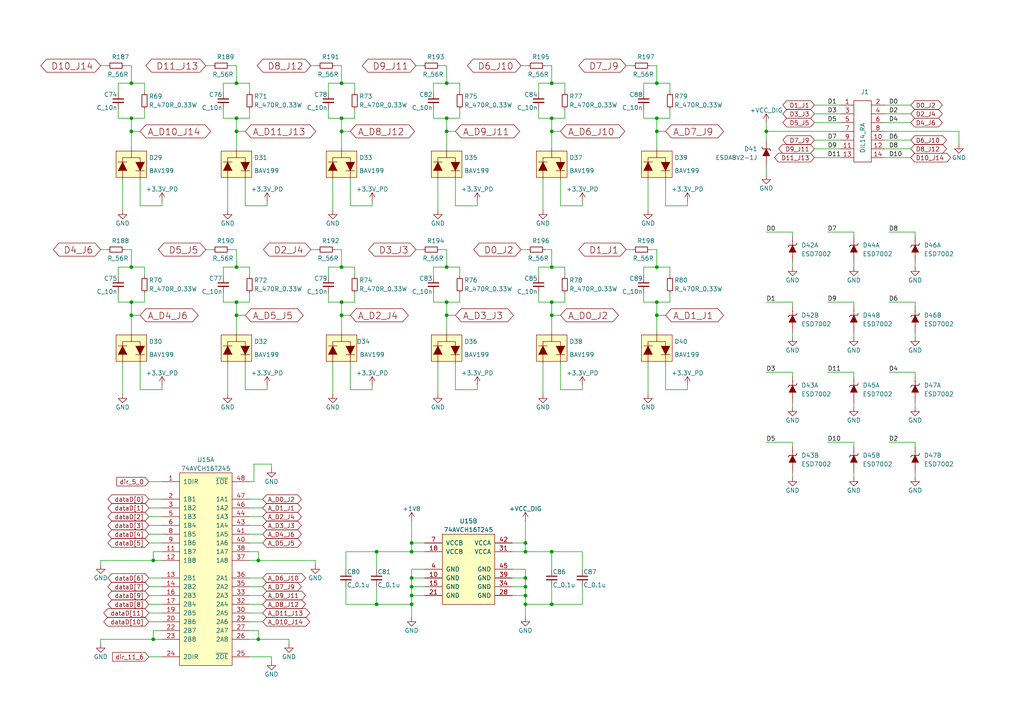
<source format=kicad_sch>
(kicad_sch (version 20231120) (generator "eeschema") (generator_version "8.0")
  (paper "A4")
  (title_block (title "Scopefun Oscilloscope") (rev "v2") (comment 1 "Copyright Dejan Priversek 2017") (comment 2 "Licensed under CERN OHL v.1.2"))
  (junction (at 160.02 175.26))
  (junction (at 38.1 91.44))
  (junction (at 68.58 24.13))
  (junction (at 119.38 160.02))
  (junction (at 222.25 38.1))
  (junction (at 68.58 34.29))
  (junction (at 160.02 24.13))
  (junction (at 119.38 172.72))
  (junction (at 190.5 91.44))
  (junction (at 190.5 24.13))
  (junction (at 160.02 160.02))
  (junction (at 38.1 34.29))
  (junction (at 68.58 38.1))
  (junction (at 99.06 38.1))
  (junction (at 129.54 24.13))
  (junction (at 152.4 160.02))
  (junction (at 38.1 77.47))
  (junction (at 119.38 170.18))
  (junction (at 129.54 77.47))
  (junction (at 152.4 172.72))
  (junction (at 152.4 175.26))
  (junction (at 109.22 175.26))
  (junction (at 152.4 157.48))
  (junction (at 109.22 160.02))
  (junction (at 74.93 185.42))
  (junction (at 129.54 87.63))
  (junction (at 38.1 38.1))
  (junction (at 38.1 87.63))
  (junction (at 44.45 185.42))
  (junction (at 68.58 87.63))
  (junction (at 119.38 157.48))
  (junction (at 160.02 77.47))
  (junction (at 160.02 34.29))
  (junction (at 160.02 38.1))
  (junction (at 152.4 170.18))
  (junction (at 129.54 91.44))
  (junction (at 190.5 38.1))
  (junction (at 99.06 91.44))
  (junction (at 68.58 77.47))
  (junction (at 44.45 162.56))
  (junction (at 99.06 77.47))
  (junction (at 99.06 34.29))
  (junction (at 129.54 34.29))
  (junction (at 160.02 91.44))
  (junction (at 119.38 167.64))
  (junction (at 38.1 24.13))
  (junction (at 160.02 87.63))
  (junction (at 129.54 38.1))
  (junction (at 68.58 91.44))
  (junction (at 99.06 24.13))
  (junction (at 190.5 34.29))
  (junction (at 152.4 167.64))
  (junction (at 190.5 77.47))
  (junction (at 99.06 87.63))
  (junction (at 119.38 175.26))
  (junction (at 190.5 87.63))
  (junction (at 74.93 162.56))
  (wire (pts (xy 71.12 38.1) (xy 68.58 38.1)))
  (wire (pts (xy 190.5 38.1) (xy 190.5 43.18)))
  (wire (pts (xy 46.99 113.03) (xy 40.64 113.03)))
  (wire (pts (xy 119.38 160.02) (xy 123.19 160.02)))
  (wire (pts (xy 129.54 38.1) (xy 129.54 43.18)))
  (wire (pts (xy 222.25 67.31) (xy 229.87 67.31)))
  (wire (pts (xy 96.52 60.96) (xy 96.52 52.07)))
  (wire (pts (xy 97.155 19.05) (xy 99.06 19.05)))
  (wire (pts (xy 78.74 134.62) (xy 78.74 135.89)))
  (wire (pts (xy 46.99 160.02) (xy 44.45 160.02)))
  (wire (pts (xy 72.39 190.5) (xy 78.74 190.5)))
  (wire (pts (xy 101.6 91.44) (xy 99.06 91.44)))
  (wire (pts (xy 43.18 190.5) (xy 46.99 190.5)))
  (wire (pts (xy 152.4 175.26) (xy 160.02 175.26)))
  (wire (pts (xy 29.21 185.42) (xy 44.45 185.42)))
  (wire (pts (xy 194.31 77.47) (xy 194.31 80.01)))
  (wire (pts (xy 190.5 77.47) (xy 194.31 77.47)))
  (wire (pts (xy 72.39 34.29) (xy 72.39 31.75)))
  (wire (pts (xy 100.33 175.26) (xy 109.22 175.26)))
  (wire (pts (xy 72.39 154.94) (xy 76.2 154.94)))
  (wire (pts (xy 120.65 72.39) (xy 122.555 72.39)))
  (wire (pts (xy 129.54 91.44) (xy 129.54 96.52)))
  (wire (pts (xy 240.03 107.95) (xy 247.65 107.95)))
  (wire (pts (xy 125.73 87.63) (xy 129.54 87.63)))
  (wire (pts (xy 38.1 24.13) (xy 41.91 24.13)))
  (wire (pts (xy 95.25 24.13) (xy 99.06 24.13)))
  (wire (pts (xy 43.18 172.72) (xy 46.99 172.72)))
  (wire (pts (xy 107.95 113.03) (xy 101.6 113.03)))
  (wire (pts (xy 133.35 77.47) (xy 133.35 80.01)))
  (wire (pts (xy 229.87 128.27) (xy 229.87 129.54)))
  (wire (pts (xy 38.1 91.44) (xy 38.1 96.52)))
  (wire (pts (xy 72.39 180.34) (xy 76.2 180.34)))
  (wire (pts (xy 160.02 165.1) (xy 160.02 160.02)))
  (wire (pts (xy 72.39 139.7) (xy 73.66 139.7)))
  (wire (pts (xy 187.96 114.3) (xy 187.96 105.41)))
  (wire (pts (xy 34.29 26.67) (xy 34.29 24.13)))
  (wire (pts (xy 95.25 34.29) (xy 99.06 34.29)))
  (wire (pts (xy 68.58 72.39) (xy 68.58 77.47)))
  (wire (pts (xy 68.58 87.63) (xy 72.39 87.63)))
  (wire (pts (xy 193.04 38.1) (xy 190.5 38.1)))
  (wire (pts (xy 72.39 167.64) (xy 76.2 167.64)))
  (wire (pts (xy 163.83 24.13) (xy 163.83 26.67)))
  (wire (pts (xy 152.4 172.72) (xy 152.4 175.26)))
  (wire (pts (xy 156.21 24.13) (xy 160.02 24.13)))
  (wire (pts (xy 152.4 157.48) (xy 148.59 157.48)))
  (wire (pts (xy 160.02 91.44) (xy 160.02 96.52)))
  (wire (pts (xy 97.155 72.39) (xy 99.06 72.39)))
  (wire (pts (xy 99.06 87.63) (xy 102.87 87.63)))
  (wire (pts (xy 256.54 33.02) (xy 264.16 33.02)))
  (wire (pts (xy 168.91 58.42) (xy 168.91 59.69)))
  (wire (pts (xy 186.69 34.29) (xy 190.5 34.29)))
  (wire (pts (xy 99.06 91.44) (xy 99.06 96.52)))
  (wire (pts (xy 240.03 128.27) (xy 247.65 128.27)))
  (wire (pts (xy 247.65 137.16) (xy 247.65 138.43)))
  (wire (pts (xy 43.18 167.64) (xy 46.99 167.64)))
  (wire (pts (xy 123.19 167.64) (xy 119.38 167.64)))
  (wire (pts (xy 222.25 38.1) (xy 222.25 40.64)))
  (wire (pts (xy 190.5 91.44) (xy 190.5 96.52)))
  (wire (pts (xy 101.6 113.03) (xy 101.6 105.41)))
  (wire (pts (xy 229.87 116.84) (xy 229.87 118.11)))
  (wire (pts (xy 181.61 19.05) (xy 183.515 19.05)))
  (wire (pts (xy 236.22 35.56) (xy 243.84 35.56)))
  (wire (pts (xy 34.29 87.63) (xy 38.1 87.63)))
  (wire (pts (xy 66.04 114.3) (xy 66.04 105.41)))
  (wire (pts (xy 156.21 26.67) (xy 156.21 24.13)))
  (wire (pts (xy 91.44 162.56) (xy 91.44 163.83)))
  (wire (pts (xy 193.04 113.03) (xy 193.04 105.41)))
  (wire (pts (xy 44.45 182.88) (xy 44.45 185.42)))
  (wire (pts (xy 64.77 87.63) (xy 64.77 85.09)))
  (wire (pts (xy 151.13 19.05) (xy 153.035 19.05)))
  (wire (pts (xy 43.18 177.8) (xy 46.99 177.8)))
  (wire (pts (xy 38.1 34.29) (xy 41.91 34.29)))
  (wire (pts (xy 148.59 165.1) (xy 152.4 165.1)))
  (wire (pts (xy 119.38 175.26) (xy 119.38 179.07)))
  (wire (pts (xy 36.195 19.05) (xy 38.1 19.05)))
  (wire (pts (xy 138.43 111.76) (xy 138.43 113.03)))
  (wire (pts (xy 162.56 38.1) (xy 160.02 38.1)))
  (wire (pts (xy 190.5 24.13) (xy 194.31 24.13)))
  (wire (pts (xy 186.69 87.63) (xy 190.5 87.63)))
  (wire (pts (xy 156.21 77.47) (xy 160.02 77.47)))
  (wire (pts (xy 95.25 80.01) (xy 95.25 77.47)))
  (wire (pts (xy 100.33 170.18) (xy 100.33 175.26)))
  (wire (pts (xy 162.56 91.44) (xy 160.02 91.44)))
  (wire (pts (xy 157.48 114.3) (xy 157.48 105.41)))
  (wire (pts (xy 160.02 77.47) (xy 163.83 77.47)))
  (wire (pts (xy 119.38 172.72) (xy 123.19 172.72)))
  (wire (pts (xy 66.675 19.05) (xy 68.58 19.05)))
  (wire (pts (xy 100.33 160.02) (xy 100.33 165.1)))
  (wire (pts (xy 152.4 172.72) (xy 148.59 172.72)))
  (wire (pts (xy 160.02 72.39) (xy 160.02 77.47)))
  (wire (pts (xy 72.39 87.63) (xy 72.39 85.09)))
  (wire (pts (xy 190.5 72.39) (xy 190.5 77.47)))
  (wire (pts (xy 99.06 34.29) (xy 99.06 38.1)))
  (wire (pts (xy 222.25 128.27) (xy 229.87 128.27)))
  (wire (pts (xy 43.18 152.4) (xy 46.99 152.4)))
  (wire (pts (xy 160.02 34.29) (xy 160.02 38.1)))
  (wire (pts (xy 222.25 48.26) (xy 222.25 50.8)))
  (wire (pts (xy 152.4 157.48) (xy 152.4 160.02)))
  (wire (pts (xy 265.43 137.16) (xy 265.43 138.43)))
  (wire (pts (xy 99.06 72.39) (xy 99.06 77.47)))
  (wire (pts (xy 129.54 87.63) (xy 129.54 91.44)))
  (wire (pts (xy 38.1 72.39) (xy 38.1 77.47)))
  (wire (pts (xy 247.65 76.2) (xy 247.65 77.47)))
  (wire (pts (xy 71.12 59.69) (xy 71.12 52.07)))
  (wire (pts (xy 129.54 77.47) (xy 133.35 77.47)))
  (wire (pts (xy 68.58 38.1) (xy 68.58 43.18)))
  (wire (pts (xy 99.06 19.05) (xy 99.06 24.13)))
  (wire (pts (xy 29.21 19.05) (xy 31.115 19.05)))
  (wire (pts (xy 64.77 34.29) (xy 64.77 31.75)))
  (wire (pts (xy 72.39 144.78) (xy 76.2 144.78)))
  (wire (pts (xy 160.02 87.63) (xy 163.83 87.63)))
  (wire (pts (xy 132.08 59.69) (xy 132.08 52.07)))
  (wire (pts (xy 247.65 116.84) (xy 247.65 118.11)))
  (wire (pts (xy 160.02 24.13) (xy 163.83 24.13)))
  (wire (pts (xy 72.39 77.47) (xy 72.39 80.01)))
  (wire (pts (xy 43.18 139.7) (xy 46.99 139.7)))
  (wire (pts (xy 43.18 175.26) (xy 46.99 175.26)))
  (wire (pts (xy 162.56 59.69) (xy 162.56 52.07)))
  (wire (pts (xy 72.39 152.4) (xy 76.2 152.4)))
  (wire (pts (xy 168.91 113.03) (xy 162.56 113.03)))
  (wire (pts (xy 190.5 34.29) (xy 194.31 34.29)))
  (wire (pts (xy 148.59 160.02) (xy 152.4 160.02)))
  (wire (pts (xy 157.48 60.96) (xy 157.48 52.07)))
  (wire (pts (xy 194.31 24.13) (xy 194.31 26.67)))
  (wire (pts (xy 229.87 67.31) (xy 229.87 68.58)))
  (wire (pts (xy 74.93 182.88) (xy 74.93 185.42)))
  (wire (pts (xy 73.66 134.62) (xy 78.74 134.62)))
  (wire (pts (xy 168.91 59.69) (xy 162.56 59.69)))
  (wire (pts (xy 256.54 40.64) (xy 264.16 40.64)))
  (wire (pts (xy 72.39 24.13) (xy 72.39 26.67)))
  (wire (pts (xy 199.39 59.69) (xy 193.04 59.69)))
  (wire (pts (xy 127 114.3) (xy 127 105.41)))
  (wire (pts (xy 229.87 137.16) (xy 229.87 138.43)))
  (wire (pts (xy 34.29 87.63) (xy 34.29 85.09)))
  (wire (pts (xy 107.95 111.76) (xy 107.95 113.03)))
  (wire (pts (xy 72.39 162.56) (xy 74.93 162.56)))
  (wire (pts (xy 44.45 185.42) (xy 46.99 185.42)))
  (wire (pts (xy 90.17 72.39) (xy 92.075 72.39)))
  (wire (pts (xy 138.43 113.03) (xy 132.08 113.03)))
  (wire (pts (xy 190.5 87.63) (xy 190.5 91.44)))
  (wire (pts (xy 72.39 170.18) (xy 76.2 170.18)))
  (wire (pts (xy 222.25 35.56) (xy 222.25 38.1)))
  (wire (pts (xy 160.02 34.29) (xy 163.83 34.29)))
  (wire (pts (xy 41.91 34.29) (xy 41.91 31.75)))
  (wire (pts (xy 72.39 177.8) (xy 76.2 177.8)))
  (wire (pts (xy 256.54 35.56) (xy 264.16 35.56)))
  (wire (pts (xy 68.58 24.13) (xy 72.39 24.13)))
  (wire (pts (xy 160.02 175.26) (xy 168.91 175.26)))
  (wire (pts (xy 66.675 72.39) (xy 68.58 72.39)))
  (wire (pts (xy 243.84 38.1) (xy 222.25 38.1)))
  (wire (pts (xy 72.39 147.32) (xy 76.2 147.32)))
  (wire (pts (xy 257.81 107.95) (xy 265.43 107.95)))
  (wire (pts (xy 236.22 40.64) (xy 243.84 40.64)))
  (wire (pts (xy 156.21 34.29) (xy 156.21 31.75)))
  (wire (pts (xy 162.56 113.03) (xy 162.56 105.41)))
  (wire (pts (xy 29.21 72.39) (xy 31.115 72.39)))
  (wire (pts (xy 95.25 77.47) (xy 99.06 77.47)))
  (wire (pts (xy 278.13 38.1) (xy 278.13 41.91)))
  (wire (pts (xy 34.29 80.01) (xy 34.29 77.47)))
  (wire (pts (xy 152.4 165.1) (xy 152.4 167.64)))
  (wire (pts (xy 125.73 34.29) (xy 129.54 34.29)))
  (wire (pts (xy 109.22 170.18) (xy 109.22 175.26)))
  (wire (pts (xy 95.25 34.29) (xy 95.25 31.75)))
  (wire (pts (xy 133.35 24.13) (xy 133.35 26.67)))
  (wire (pts (xy 109.22 175.26) (xy 119.38 175.26)))
  (wire (pts (xy 125.73 34.29) (xy 125.73 31.75)))
  (wire (pts (xy 119.38 170.18) (xy 123.19 170.18)))
  (wire (pts (xy 34.29 34.29) (xy 38.1 34.29)))
  (wire (pts (xy 123.19 165.1) (xy 119.38 165.1)))
  (wire (pts (xy 133.35 87.63) (xy 133.35 85.09)))
  (wire (pts (xy 186.69 87.63) (xy 186.69 85.09)))
  (wire (pts (xy 99.06 34.29) (xy 102.87 34.29)))
  (wire (pts (xy 109.22 165.1) (xy 109.22 160.02)))
  (wire (pts (xy 256.54 45.72) (xy 264.16 45.72)))
  (wire (pts (xy 68.58 77.47) (xy 72.39 77.47)))
  (wire (pts (xy 72.39 157.48) (xy 76.2 157.48)))
  (wire (pts (xy 186.69 77.47) (xy 190.5 77.47)))
  (wire (pts (xy 236.22 33.02) (xy 243.84 33.02)))
  (wire (pts (xy 125.73 77.47) (xy 129.54 77.47)))
  (wire (pts (xy 247.65 67.31) (xy 247.65 68.58)))
  (wire (pts (xy 107.95 58.42) (xy 107.95 59.69)))
  (wire (pts (xy 64.77 77.47) (xy 68.58 77.47)))
  (wire (pts (xy 265.43 116.84) (xy 265.43 118.11)))
  (wire (pts (xy 59.69 72.39) (xy 61.595 72.39)))
  (wire (pts (xy 247.65 107.95) (xy 247.65 109.22)))
  (wire (pts (xy 107.95 59.69) (xy 101.6 59.69)))
  (wire (pts (xy 43.18 154.94) (xy 46.99 154.94)))
  (wire (pts (xy 160.02 19.05) (xy 160.02 24.13)))
  (wire (pts (xy 229.87 87.63) (xy 229.87 88.9)))
  (wire (pts (xy 129.54 19.05) (xy 129.54 24.13)))
  (wire (pts (xy 158.115 72.39) (xy 160.02 72.39)))
  (wire (pts (xy 190.5 34.29) (xy 190.5 38.1)))
  (wire (pts (xy 236.22 45.72) (xy 243.84 45.72)))
  (wire (pts (xy 36.195 72.39) (xy 38.1 72.39)))
  (wire (pts (xy 77.47 113.03) (xy 71.12 113.03)))
  (wire (pts (xy 129.54 87.63) (xy 133.35 87.63)))
  (wire (pts (xy 35.56 60.96) (xy 35.56 52.07)))
  (wire (pts (xy 194.31 34.29) (xy 194.31 31.75)))
  (wire (pts (xy 119.38 167.64) (xy 119.38 170.18)))
  (wire (pts (xy 265.43 76.2) (xy 265.43 77.47)))
  (wire (pts (xy 129.54 72.39) (xy 129.54 77.47)))
  (wire (pts (xy 119.38 172.72) (xy 119.38 175.26)))
  (wire (pts (xy 186.69 80.01) (xy 186.69 77.47)))
  (wire (pts (xy 163.83 87.63) (xy 163.83 85.09)))
  (wire (pts (xy 158.115 19.05) (xy 160.02 19.05)))
  (wire (pts (xy 125.73 87.63) (xy 125.73 85.09)))
  (wire (pts (xy 34.29 34.29) (xy 34.29 31.75)))
  (wire (pts (xy 43.18 144.78) (xy 46.99 144.78)))
  (wire (pts (xy 193.04 59.69) (xy 193.04 52.07)))
  (wire (pts (xy 152.4 167.64) (xy 152.4 170.18)))
  (wire (pts (xy 132.08 38.1) (xy 129.54 38.1)))
  (wire (pts (xy 64.77 34.29) (xy 68.58 34.29)))
  (wire (pts (xy 168.91 160.02) (xy 168.91 165.1)))
  (wire (pts (xy 181.61 72.39) (xy 183.515 72.39)))
  (wire (pts (xy 199.39 113.03) (xy 193.04 113.03)))
  (wire (pts (xy 186.69 26.67) (xy 186.69 24.13)))
  (wire (pts (xy 229.87 96.52) (xy 229.87 97.79)))
  (wire (pts (xy 190.5 87.63) (xy 194.31 87.63)))
  (wire (pts (xy 102.87 34.29) (xy 102.87 31.75)))
  (wire (pts (xy 257.81 67.31) (xy 265.43 67.31)))
  (wire (pts (xy 236.22 43.18) (xy 243.84 43.18)))
  (wire (pts (xy 119.38 157.48) (xy 119.38 160.02)))
  (wire (pts (xy 99.06 24.13) (xy 102.87 24.13)))
  (wire (pts (xy 61.595 19.05) (xy 59.69 19.05)))
  (wire (pts (xy 119.38 151.13) (xy 119.38 157.48)))
  (wire (pts (xy 199.39 58.42) (xy 199.39 59.69)))
  (wire (pts (xy 156.21 87.63) (xy 156.21 85.09)))
  (wire (pts (xy 77.47 59.69) (xy 71.12 59.69)))
  (wire (pts (xy 127 60.96) (xy 127 52.07)))
  (wire (pts (xy 186.69 24.13) (xy 190.5 24.13)))
  (wire (pts (xy 43.18 170.18) (xy 46.99 170.18)))
  (wire (pts (xy 43.18 180.34) (xy 46.99 180.34)))
  (wire (pts (xy 102.87 24.13) (xy 102.87 26.67)))
  (wire (pts (xy 229.87 76.2) (xy 229.87 77.47)))
  (wire (pts (xy 101.6 59.69) (xy 101.6 52.07)))
  (wire (pts (xy 83.82 185.42) (xy 83.82 186.69)))
  (wire (pts (xy 138.43 58.42) (xy 138.43 59.69)))
  (wire (pts (xy 129.54 34.29) (xy 129.54 38.1)))
  (wire (pts (xy 163.83 34.29) (xy 163.83 31.75)))
  (wire (pts (xy 95.25 87.63) (xy 95.25 85.09)))
  (wire (pts (xy 256.54 30.48) (xy 264.16 30.48)))
  (wire (pts (xy 156.21 80.01) (xy 156.21 77.47)))
  (wire (pts (xy 44.45 160.02) (xy 44.45 162.56)))
  (wire (pts (xy 247.65 87.63) (xy 247.65 88.9)))
  (wire (pts (xy 95.25 87.63) (xy 99.06 87.63)))
  (wire (pts (xy 68.58 19.05) (xy 68.58 24.13)))
  (wire (pts (xy 71.12 91.44) (xy 68.58 91.44)))
  (wire (pts (xy 222.25 107.95) (xy 229.87 107.95)))
  (wire (pts (xy 77.47 58.42) (xy 77.47 59.69)))
  (wire (pts (xy 72.39 175.26) (xy 76.2 175.26)))
  (wire (pts (xy 119.38 165.1) (xy 119.38 167.64)))
  (wire (pts (xy 44.45 162.56) (xy 46.99 162.56)))
  (wire (pts (xy 138.43 59.69) (xy 132.08 59.69)))
  (wire (pts (xy 41.91 77.47) (xy 41.91 80.01)))
  (wire (pts (xy 77.47 111.76) (xy 77.47 113.03)))
  (wire (pts (xy 187.96 60.96) (xy 187.96 52.07)))
  (wire (pts (xy 40.64 59.69) (xy 40.64 52.07)))
  (wire (pts (xy 168.91 111.76) (xy 168.91 113.03)))
  (wire (pts (xy 186.69 34.29) (xy 186.69 31.75)))
  (wire (pts (xy 127.635 72.39) (xy 129.54 72.39)))
  (wire (pts (xy 46.99 58.42) (xy 46.99 59.69)))
  (wire (pts (xy 256.54 38.1) (xy 278.13 38.1)))
  (wire (pts (xy 120.65 19.05) (xy 122.555 19.05)))
  (wire (pts (xy 129.54 24.13) (xy 133.35 24.13)))
  (wire (pts (xy 96.52 114.3) (xy 96.52 105.41)))
  (wire (pts (xy 78.74 190.5) (xy 78.74 191.77)))
  (wire (pts (xy 68.58 91.44) (xy 68.58 96.52)))
  (wire (pts (xy 247.65 128.27) (xy 247.65 129.54)))
  (wire (pts (xy 127.635 19.05) (xy 129.54 19.05)))
  (wire (pts (xy 160.02 170.18) (xy 160.02 175.26)))
  (wire (pts (xy 68.58 34.29) (xy 72.39 34.29)))
  (wire (pts (xy 38.1 38.1) (xy 38.1 43.18)))
  (wire (pts (xy 256.54 43.18) (xy 264.16 43.18)))
  (wire (pts (xy 29.21 162.56) (xy 44.45 162.56)))
  (wire (pts (xy 72.39 149.86) (xy 76.2 149.86)))
  (wire (pts (xy 74.93 162.56) (xy 91.44 162.56)))
  (wire (pts (xy 99.06 38.1) (xy 99.06 43.18)))
  (wire (pts (xy 152.4 160.02) (xy 160.02 160.02)))
  (wire (pts (xy 265.43 96.52) (xy 265.43 97.79)))
  (wire (pts (xy 74.93 185.42) (xy 83.82 185.42)))
  (wire (pts (xy 229.87 107.95) (xy 229.87 109.22)))
  (wire (pts (xy 40.64 91.44) (xy 38.1 91.44)))
  (wire (pts (xy 40.64 38.1) (xy 38.1 38.1)))
  (wire (pts (xy 168.91 175.26) (xy 168.91 170.18)))
  (wire (pts (xy 151.13 72.39) (xy 153.035 72.39)))
  (wire (pts (xy 64.77 26.67) (xy 64.77 24.13)))
  (wire (pts (xy 265.43 87.63) (xy 265.43 88.9)))
  (wire (pts (xy 34.29 24.13) (xy 38.1 24.13)))
  (wire (pts (xy 152.4 175.26) (xy 152.4 179.07)))
  (wire (pts (xy 72.39 160.02) (xy 74.93 160.02)))
  (wire (pts (xy 102.87 87.63) (xy 102.87 85.09)))
  (wire (pts (xy 109.22 160.02) (xy 119.38 160.02)))
  (wire (pts (xy 43.18 147.32) (xy 46.99 147.32)))
  (wire (pts (xy 190.5 19.05) (xy 190.5 24.13)))
  (wire (pts (xy 148.59 167.64) (xy 152.4 167.64)))
  (wire (pts (xy 132.08 91.44) (xy 129.54 91.44)))
  (wire (pts (xy 40.64 113.03) (xy 40.64 105.41)))
  (wire (pts (xy 38.1 87.63) (xy 38.1 91.44)))
  (wire (pts (xy 257.81 128.27) (xy 265.43 128.27)))
  (wire (pts (xy 68.58 87.63) (xy 68.58 91.44)))
  (wire (pts (xy 38.1 34.29) (xy 38.1 38.1)))
  (wire (pts (xy 64.77 24.13) (xy 68.58 24.13)))
  (wire (pts (xy 236.22 30.48) (xy 243.84 30.48)))
  (wire (pts (xy 72.39 185.42) (xy 74.93 185.42)))
  (wire (pts (xy 72.39 182.88) (xy 74.93 182.88)))
  (wire (pts (xy 66.04 60.96) (xy 66.04 52.07)))
  (wire (pts (xy 41.91 24.13) (xy 41.91 26.67)))
  (wire (pts (xy 46.99 182.88) (xy 44.45 182.88)))
  (wire (pts (xy 194.31 87.63) (xy 194.31 85.09)))
  (wire (pts (xy 34.29 77.47) (xy 38.1 77.47)))
  (wire (pts (xy 132.08 113.03) (xy 132.08 105.41)))
  (wire (pts (xy 163.83 77.47) (xy 163.83 80.01)))
  (wire (pts (xy 240.03 87.63) (xy 247.65 87.63)))
  (wire (pts (xy 125.73 24.13) (xy 129.54 24.13)))
  (wire (pts (xy 43.18 149.86) (xy 46.99 149.86)))
  (wire (pts (xy 64.77 80.01) (xy 64.77 77.47)))
  (wire (pts (xy 152.4 151.13) (xy 152.4 157.48)))
  (wire (pts (xy 72.39 172.72) (xy 76.2 172.72)))
  (wire (pts (xy 102.87 77.47) (xy 102.87 80.01)))
  (wire (pts (xy 101.6 38.1) (xy 99.06 38.1)))
  (wire (pts (xy 99.06 77.47) (xy 102.87 77.47)))
  (wire (pts (xy 199.39 111.76) (xy 199.39 113.03)))
  (wire (pts (xy 222.25 87.63) (xy 229.87 87.63)))
  (wire (pts (xy 73.66 139.7) (xy 73.66 134.62)))
  (wire (pts (xy 133.35 34.29) (xy 133.35 31.75)))
  (wire (pts (xy 46.99 111.76) (xy 46.99 113.03)))
  (wire (pts (xy 160.02 87.63) (xy 160.02 91.44)))
  (wire (pts (xy 38.1 77.47) (xy 41.91 77.47)))
  (wire (pts (xy 46.99 59.69) (xy 40.64 59.69)))
  (wire (pts (xy 41.91 87.63) (xy 41.91 85.09)))
  (wire (pts (xy 129.54 34.29) (xy 133.35 34.29)))
  (wire (pts (xy 95.25 26.67) (xy 95.25 24.13)))
  (wire (pts (xy 64.77 87.63) (xy 68.58 87.63)))
  (wire (pts (xy 38.1 87.63) (xy 41.91 87.63)))
  (wire (pts (xy 188.595 19.05) (xy 190.5 19.05)))
  (wire (pts (xy 265.43 128.27) (xy 265.43 129.54)))
  (wire (pts (xy 29.21 162.56) (xy 29.21 163.83)))
  (wire (pts (xy 240.03 67.31) (xy 247.65 67.31)))
  (wire (pts (xy 119.38 157.48) (xy 123.19 157.48)))
  (wire (pts (xy 265.43 107.95) (xy 265.43 109.22)))
  (wire (pts (xy 257.81 87.63) (xy 265.43 87.63)))
  (wire (pts (xy 100.33 160.02) (xy 109.22 160.02)))
  (wire (pts (xy 68.58 34.29) (xy 68.58 38.1)))
  (wire (pts (xy 35.56 114.3) (xy 35.56 105.41)))
  (wire (pts (xy 38.1 19.05) (xy 38.1 24.13)))
  (wire (pts (xy 125.73 80.01) (xy 125.73 77.47)))
  (wire (pts (xy 29.21 185.42) (xy 29.21 186.69)))
  (wire (pts (xy 119.38 170.18) (xy 119.38 172.72)))
  (wire (pts (xy 43.18 157.48) (xy 46.99 157.48)))
  (wire (pts (xy 160.02 160.02) (xy 168.91 160.02)))
  (wire (pts (xy 152.4 170.18) (xy 152.4 172.72)))
  (wire (pts (xy 188.595 72.39) (xy 190.5 72.39)))
  (wire (pts (xy 125.73 26.67) (xy 125.73 24.13)))
  (wire (pts (xy 71.12 113.03) (xy 71.12 105.41)))
  (wire (pts (xy 193.04 91.44) (xy 190.5 91.44)))
  (wire (pts (xy 156.21 34.29) (xy 160.02 34.29)))
  (wire (pts (xy 90.17 19.05) (xy 92.075 19.05)))
  (wire (pts (xy 247.65 96.52) (xy 247.65 97.79)))
  (wire (pts (xy 160.02 38.1) (xy 160.02 43.18)))
  (wire (pts (xy 74.93 160.02) (xy 74.93 162.56)))
  (wire (pts (xy 99.06 87.63) (xy 99.06 91.44)))
  (wire (pts (xy 156.21 87.63) (xy 160.02 87.63)))
  (wire (pts (xy 265.43 67.31) (xy 265.43 68.58)))
  (wire (pts (xy 152.4 170.18) (xy 148.59 170.18)))
  (label "D8" (at 257.81 67.31 0))
  (label "D2" (at 257.81 33.02 0))
  (label "D9" (at 240.03 43.18 0))
  (label "D6" (at 257.81 40.64 0))
  (label "D10" (at 240.03 128.27 0))
  (label "D1" (at 222.25 87.63 0))
  (label "D2" (at 257.81 128.27 0))
  (label "D5" (at 222.25 128.27 0))
  (label "D1" (at 240.03 30.48 0))
  (label "D11" (at 240.03 107.95 0))
  (label "D7" (at 240.03 67.31 0))
  (label "D3" (at 240.03 33.02 0))
  (label "D9" (at 240.03 87.63 0))
  (label "D11" (at 240.03 45.72 0))
  (label "D4" (at 257.81 35.56 0))
  (label "D3" (at 222.25 107.95 0))
  (label "D5" (at 240.03 35.56 0))
  (label "D8" (at 257.81 43.18 0))
  (label "D4" (at 257.81 107.95 0))
  (label "D0" (at 222.25 67.31 0))
  (label "D7" (at 240.03 40.64 0))
  (label "D0" (at 257.81 30.48 0))
  (label "D6" (at 257.81 87.63 0))
  (label "D10" (at 257.81 45.72 0))
  (global_label "D7_J9" (shape bidirectional) (at 181.61 19.05 180) (effects (font (size 1.905 1.905))) (property "Intersheetrefs" "${INTERSHEET_REFS}" (effects (hide yes))))
  (global_label "A_D0_J2" (shape bidirectional) (at 162.56 91.44 0) (effects (font (size 1.905 1.905))) (property "Intersheetrefs" "${INTERSHEET_REFS}" (effects (hide yes))))
  (global_label "A_D9_J11" (shape bidirectional) (at 76.2 172.72 0) (property "Intersheetrefs" "${INTERSHEET_REFS}" (effects (hide yes))))
  (global_label "A_D3_J3" (shape bidirectional) (at 132.08 91.44 0) (effects (font (size 1.905 1.905))) (property "Intersheetrefs" "${INTERSHEET_REFS}" (effects (hide yes))))
  (global_label "A_D10_J14" (shape bidirectional) (at 76.2 180.34 0) (property "Intersheetrefs" "${INTERSHEET_REFS}" (effects (hide yes))))
  (global_label "dir_11_6" (shape input) (at 43.18 190.5 180) (property "Intersheetrefs" "${INTERSHEET_REFS}" (effects (hide yes))))
  (global_label "D0_J2" (shape bidirectional) (at 264.16 30.48 0) (property "Intersheetrefs" "${INTERSHEET_REFS}" (effects (hide yes))))
  (global_label "A_D1_J1" (shape bidirectional) (at 76.2 147.32 0) (property "Intersheetrefs" "${INTERSHEET_REFS}" (effects (hide yes))))
  (global_label "D4_J6" (shape bidirectional) (at 29.21 72.39 180) (effects (font (size 1.905 1.905))) (property "Intersheetrefs" "${INTERSHEET_REFS}" (effects (hide yes))))
  (global_label "D2_J4" (shape bidirectional) (at 90.17 72.39 180) (effects (font (size 1.905 1.905))) (property "Intersheetrefs" "${INTERSHEET_REFS}" (effects (hide yes))))
  (global_label "D0_J2" (shape bidirectional) (at 151.13 72.39 180) (effects (font (size 1.905 1.905))) (property "Intersheetrefs" "${INTERSHEET_REFS}" (effects (hide yes))))
  (global_label "dataD[4]" (shape bidirectional) (at 43.18 154.94 180) (property "Intersheetrefs" "${INTERSHEET_REFS}" (effects (hide yes))))
  (global_label "dataD[11]" (shape bidirectional) (at 43.18 177.8 180) (property "Intersheetrefs" "${INTERSHEET_REFS}" (effects (hide yes))))
  (global_label "D1_J1" (shape bidirectional) (at 181.61 72.39 180) (effects (font (size 1.905 1.905))) (property "Intersheetrefs" "${INTERSHEET_REFS}" (effects (hide yes))))
  (global_label "dataD[10]" (shape bidirectional) (at 43.18 180.34 180) (property "Intersheetrefs" "${INTERSHEET_REFS}" (effects (hide yes))))
  (global_label "A_D10_J14" (shape bidirectional) (at 40.64 38.1 0) (effects (font (size 1.905 1.905))) (property "Intersheetrefs" "${INTERSHEET_REFS}" (effects (hide yes))))
  (global_label "dataD[3]" (shape bidirectional) (at 43.18 152.4 180) (property "Intersheetrefs" "${INTERSHEET_REFS}" (effects (hide yes))))
  (global_label "A_D5_J5" (shape bidirectional) (at 76.2 157.48 0) (property "Intersheetrefs" "${INTERSHEET_REFS}" (effects (hide yes))))
  (global_label "A_D4_J6" (shape bidirectional) (at 76.2 154.94 0) (property "Intersheetrefs" "${INTERSHEET_REFS}" (effects (hide yes))))
  (global_label "D3_J3" (shape bidirectional) (at 236.22 33.02 180) (property "Intersheetrefs" "${INTERSHEET_REFS}" (effects (hide yes))))
  (global_label "A_D8_J12" (shape bidirectional) (at 101.6 38.1 0) (effects (font (size 1.905 1.905))) (property "Intersheetrefs" "${INTERSHEET_REFS}" (effects (hide yes))))
  (global_label "D10_J14" (shape bidirectional) (at 264.16 45.72 0) (property "Intersheetrefs" "${INTERSHEET_REFS}" (effects (hide yes))))
  (global_label "dataD[9]" (shape bidirectional) (at 43.18 172.72 180) (property "Intersheetrefs" "${INTERSHEET_REFS}" (effects (hide yes))))
  (global_label "D11_J13" (shape bidirectional) (at 236.22 45.72 180) (property "Intersheetrefs" "${INTERSHEET_REFS}" (effects (hide yes))))
  (global_label "D9_J11" (shape bidirectional) (at 120.65 19.05 180) (effects (font (size 1.905 1.905))) (property "Intersheetrefs" "${INTERSHEET_REFS}" (effects (hide yes))))
  (global_label "A_D7_J9" (shape bidirectional) (at 193.04 38.1 0) (effects (font (size 1.905 1.905))) (property "Intersheetrefs" "${INTERSHEET_REFS}" (effects (hide yes))))
  (global_label "dataD[0]" (shape bidirectional) (at 43.18 144.78 180) (property "Intersheetrefs" "${INTERSHEET_REFS}" (effects (hide yes))))
  (global_label "dir_5_0" (shape input) (at 43.18 139.7 180) (property "Intersheetrefs" "${INTERSHEET_REFS}" (effects (hide yes))))
  (global_label "A_D4_J6" (shape bidirectional) (at 40.64 91.44 0) (effects (font (size 1.905 1.905))) (property "Intersheetrefs" "${INTERSHEET_REFS}" (effects (hide yes))))
  (global_label "D5_J5" (shape bidirectional) (at 236.22 35.56 180) (property "Intersheetrefs" "${INTERSHEET_REFS}" (effects (hide yes))))
  (global_label "A_D5_J5" (shape bidirectional) (at 71.12 91.44 0) (effects (font (size 1.905 1.905))) (property "Intersheetrefs" "${INTERSHEET_REFS}" (effects (hide yes))))
  (global_label "dataD[1]" (shape bidirectional) (at 43.18 147.32 180) (property "Intersheetrefs" "${INTERSHEET_REFS}" (effects (hide yes))))
  (global_label "dataD[7]" (shape bidirectional) (at 43.18 170.18 180) (property "Intersheetrefs" "${INTERSHEET_REFS}" (effects (hide yes))))
  (global_label "A_D2_J4" (shape bidirectional) (at 101.6 91.44 0) (effects (font (size 1.905 1.905))) (property "Intersheetrefs" "${INTERSHEET_REFS}" (effects (hide yes))))
  (global_label "A_D7_J9" (shape bidirectional) (at 76.2 170.18 0) (property "Intersheetrefs" "${INTERSHEET_REFS}" (effects (hide yes))))
  (global_label "D4_J6" (shape bidirectional) (at 264.16 35.56 0) (property "Intersheetrefs" "${INTERSHEET_REFS}" (effects (hide yes))))
  (global_label "D9_J11" (shape bidirectional) (at 236.22 43.18 180) (property "Intersheetrefs" "${INTERSHEET_REFS}" (effects (hide yes))))
  (global_label "A_D11_J13" (shape bidirectional) (at 76.2 177.8 0) (property "Intersheetrefs" "${INTERSHEET_REFS}" (effects (hide yes))))
  (global_label "D10_J14" (shape bidirectional) (at 29.21 19.05 180) (effects (font (size 1.905 1.905))) (property "Intersheetrefs" "${INTERSHEET_REFS}" (effects (hide yes))))
  (global_label "dataD[2]" (shape bidirectional) (at 43.18 149.86 180) (property "Intersheetrefs" "${INTERSHEET_REFS}" (effects (hide yes))))
  (global_label "A_D6_J10" (shape bidirectional) (at 76.2 167.64 0) (property "Intersheetrefs" "${INTERSHEET_REFS}" (effects (hide yes))))
  (global_label "D3_J3" (shape bidirectional) (at 120.65 72.39 180) (effects (font (size 1.905 1.905))) (property "Intersheetrefs" "${INTERSHEET_REFS}" (effects (hide yes))))
  (global_label "D2_J4" (shape bidirectional) (at 264.16 33.02 0) (property "Intersheetrefs" "${INTERSHEET_REFS}" (effects (hide yes))))
  (global_label "D11_J13" (shape bidirectional) (at 59.69 19.05 180) (effects (font (size 1.905 1.905))) (property "Intersheetrefs" "${INTERSHEET_REFS}" (effects (hide yes))))
  (global_label "A_D3_J3" (shape bidirectional) (at 76.2 152.4 0) (property "Intersheetrefs" "${INTERSHEET_REFS}" (effects (hide yes))))
  (global_label "D1_J1" (shape bidirectional) (at 236.22 30.48 180) (property "Intersheetrefs" "${INTERSHEET_REFS}" (effects (hide yes))))
  (global_label "D6_J10" (shape bidirectional) (at 151.13 19.05 180) (effects (font (size 1.905 1.905))) (property "Intersheetrefs" "${INTERSHEET_REFS}" (effects (hide yes))))
  (global_label "A_D2_J4" (shape bidirectional) (at 76.2 149.86 0) (property "Intersheetrefs" "${INTERSHEET_REFS}" (effects (hide yes))))
  (global_label "D8_J12" (shape bidirectional) (at 90.17 19.05 180) (effects (font (size 1.905 1.905))) (property "Intersheetrefs" "${INTERSHEET_REFS}" (effects (hide yes))))
  (global_label "dataD[8]" (shape bidirectional) (at 43.18 175.26 180) (property "Intersheetrefs" "${INTERSHEET_REFS}" (effects (hide yes))))
  (global_label "D5_J5" (shape bidirectional) (at 59.69 72.39 180) (effects (font (size 1.905 1.905))) (property "Intersheetrefs" "${INTERSHEET_REFS}" (effects (hide yes))))
  (global_label "A_D9_J11" (shape bidirectional) (at 132.08 38.1 0) (effects (font (size 1.905 1.905))) (property "Intersheetrefs" "${INTERSHEET_REFS}" (effects (hide yes))))
  (global_label "A_D11_J13" (shape bidirectional) (at 71.12 38.1 0) (effects (font (size 1.905 1.905))) (property "Intersheetrefs" "${INTERSHEET_REFS}" (effects (hide yes))))
  (global_label "A_D0_J2" (shape bidirectional) (at 76.2 144.78 0) (property "Intersheetrefs" "${INTERSHEET_REFS}" (effects (hide yes))))
  (global_label "dataD[5]" (shape bidirectional) (at 43.18 157.48 180) (property "Intersheetrefs" "${INTERSHEET_REFS}" (effects (hide yes))))
  (global_label "A_D1_J1" (shape bidirectional) (at 193.04 91.44 0) (effects (font (size 1.905 1.905))) (property "Intersheetrefs" "${INTERSHEET_REFS}" (effects (hide yes))))
  (global_label "D8_J12" (shape bidirectional) (at 264.16 43.18 0) (property "Intersheetrefs" "${INTERSHEET_REFS}" (effects (hide yes))))
  (global_label "A_D6_J10" (shape bidirectional) (at 162.56 38.1 0) (effects (font (size 1.905 1.905))) (property "Intersheetrefs" "${INTERSHEET_REFS}" (effects (hide yes))))
  (global_label "D7_J9" (shape bidirectional) (at 236.22 40.64 180) (property "Intersheetrefs" "${INTERSHEET_REFS}" (effects (hide yes))))
  (global_label "D6_J10" (shape bidirectional) (at 264.16 40.64 0) (property "Intersheetrefs" "${INTERSHEET_REFS}" (effects (hide yes))))
  (global_label "dataD[6]" (shape bidirectional) (at 43.18 167.64 180) (property "Intersheetrefs" "${INTERSHEET_REFS}" (effects (hide yes))))
  (global_label "A_D8_J12" (shape bidirectional) (at 76.2 175.26 0) (property "Intersheetrefs" "${INTERSHEET_REFS}" (effects (hide yes))))
  (symbol (lib_id "ScopefunParts:74AVCH16T245") (at 59.69 165.1 0) (unit 1)
    (property "Reference" "U15" (at 59.69 133.35 0))
    (property "Value" "74AVCH16T245" (at 59.69 135.89 0))
    (property "Footprint" "ScopefunPackagesLibrary:TSSOP48" (effects (hide yes)))
    (property "Datasheet" "http://www.ti.com/lit/ds/symlink/sn74avch16t245.pdf" (effects (hide yes)))
    (property "Description" "74AVCH16T245 16-bit dual supply translating transceiver" (effects (hide yes)))
    (property "Manufacturer Part Number" "SN74AVCH16T245GR" (effects (hide yes)))
  )
  (symbol (lib_id "ScopefunParts:74AVCH16T245") (at 135.89 182.88 0) (unit 2)
    (property "Reference" "U15" (at 135.89 151.13 0))
    (property "Value" "74AVCH16T245" (at 135.89 153.67 0))
    (property "Footprint" "ScopefunPackagesLibrary:TSSOP48" (effects (hide yes)))
    (property "Datasheet" "http://www.ti.com/lit/ds/symlink/sn74avch16t245.pdf" (effects (hide yes)))
    (property "Description" "74AVCH16T245 16-bit dual supply translating transceiver" (effects (hide yes)))
    (property "Manufacturer Part Number" "SN74AVCH16T245GR" (effects (hide yes)))
  )
  (symbol (lib_id "Scopefun_v2-rescue:GND") (at 78.74 135.89 0) (unit 1)
    (property "Reference" "#PWR0125" (effects (hide yes)))
    (property "Value" "GND" (at 78.74 139.7 0))
  )
  (symbol (lib_id "Scopefun_v2-rescue:GND") (at 78.74 191.77 0) (unit 1)
    (property "Reference" "#PWR0126" (effects (hide yes)))
    (property "Value" "GND" (at 78.74 195.58 0))
  )
  (symbol (lib_id "ScopefunParts:C_0.1u") (at 109.22 167.64 0) (unit 1)
    (property "Reference" "C81" (at 109.474 165.862 0) (effects (justify left)))
    (property "Value" "C_0.1u" (at 109.474 169.672 0) (effects (justify left)))
    (property "Footprint" "ScopefunPackagesLibrary:C_0603" (effects (hide yes)))
    (property "Description" "MLCC - SMD/SMT 0603 16V X7R 10%" (effects (hide yes)))
    (property "Manufacturer Part Number" "C0603C104K4RACTU" (effects (hide yes)))
  )
  (symbol (lib_id "ScopefunParts:C_0.1u") (at 100.33 167.64 0) (unit 1)
    (property "Reference" "C80" (at 100.584 165.862 0) (effects (justify left)))
    (property "Value" "C_0.1u" (at 100.584 169.672 0) (effects (justify left)))
    (property "Footprint" "ScopefunPackagesLibrary:C_0603" (effects (hide yes)))
    (property "Description" "MLCC - SMD/SMT 0603 16V X7R 10%" (effects (hide yes)))
    (property "Manufacturer Part Number" "C0603C104K4RACTU" (effects (hide yes)))
  )
  (symbol (lib_id "ScopefunParts:C_0.1u") (at 168.91 167.64 0) (unit 1)
    (property "Reference" "C87" (at 169.164 165.862 0) (effects (justify left)))
    (property "Value" "C_0.1u" (at 169.164 169.672 0) (effects (justify left)))
    (property "Footprint" "ScopefunPackagesLibrary:C_0603" (effects (hide yes)))
    (property "Description" "MLCC - SMD/SMT 0603 16V X7R 10%" (effects (hide yes)))
    (property "Manufacturer Part Number" "C0603C104K4RACTU" (effects (hide yes)))
  )
  (symbol (lib_id "ScopefunParts:C_0.1u") (at 160.02 167.64 0) (unit 1)
    (property "Reference" "C86" (at 160.274 165.862 0) (effects (justify left)))
    (property "Value" "C_0.1u" (at 160.274 169.672 0) (effects (justify left)))
    (property "Footprint" "ScopefunPackagesLibrary:C_0603" (effects (hide yes)))
    (property "Description" "MLCC - SMD/SMT 0603 16V X7R 10%" (effects (hide yes)))
    (property "Manufacturer Part Number" "C0603C104K4RACTU" (effects (hide yes)))
  )
  (symbol (lib_id "Scopefun_v2-rescue:GND") (at 152.4 179.07 0) (unit 1)
    (property "Reference" "#PWR0127" (effects (hide yes)))
    (property "Value" "GND" (at 152.4 182.88 0))
  )
  (symbol (lib_id "Scopefun_v2-rescue:GND") (at 119.38 179.07 0) (unit 1)
    (property "Reference" "#PWR0128" (effects (hide yes)))
    (property "Value" "GND" (at 119.38 182.88 0))
  )
  (symbol (lib_id "ScopefunParts:+VCC_DIG") (at 152.4 151.13 0) (unit 1)
    (property "Reference" "#PWR0129" (effects (hide yes)))
    (property "Value" "+VCC_DIG" (at 152.4 147.574 0))
  )
  (symbol (lib_id "Scopefun_v2-rescue:GND") (at 35.56 60.96 0) (unit 1)
    (property "Reference" "#PWR0130" (effects (hide yes)))
    (property "Value" "GND" (at 35.56 64.77 0))
  )
  (symbol (lib_id "ScopefunParts:+3.3V_PD") (at 46.99 58.42 0) (unit 1)
    (property "Reference" "#PWR0159" (effects (hide yes)))
    (property "Value" "+3.3V_PD" (at 46.99 54.864 0))
  )
  (symbol (lib_id "Scopefun_v2-rescue:GND") (at 66.04 60.96 0) (unit 1)
    (property "Reference" "#PWR0131" (effects (hide yes)))
    (property "Value" "GND" (at 66.04 64.77 0))
  )
  (symbol (lib_id "ScopefunParts:+3.3V_PD") (at 77.47 58.42 0) (unit 1)
    (property "Reference" "#PWR0132" (effects (hide yes)))
    (property "Value" "+3.3V_PD" (at 77.47 54.864 0))
  )
  (symbol (lib_id "Scopefun_v2-rescue:GND") (at 96.52 60.96 0) (unit 1)
    (property "Reference" "#PWR0133" (effects (hide yes)))
    (property "Value" "GND" (at 96.52 64.77 0))
  )
  (symbol (lib_id "ScopefunParts:+3.3V_PD") (at 107.95 58.42 0) (unit 1)
    (property "Reference" "#PWR0134" (effects (hide yes)))
    (property "Value" "+3.3V_PD" (at 107.95 54.864 0))
  )
  (symbol (lib_id "Scopefun_v2-rescue:GND") (at 127 60.96 0) (unit 1)
    (property "Reference" "#PWR0135" (effects (hide yes)))
    (property "Value" "GND" (at 127 64.77 0))
  )
  (symbol (lib_id "ScopefunParts:+3.3V_PD") (at 138.43 58.42 0) (unit 1)
    (property "Reference" "#PWR0136" (effects (hide yes)))
    (property "Value" "+3.3V_PD" (at 138.43 54.864 0))
  )
  (symbol (lib_id "Scopefun_v2-rescue:GND") (at 157.48 60.96 0) (unit 1)
    (property "Reference" "#PWR0137" (effects (hide yes)))
    (property "Value" "GND" (at 157.48 64.77 0))
  )
  (symbol (lib_id "ScopefunParts:+3.3V_PD") (at 168.91 58.42 0) (unit 1)
    (property "Reference" "#PWR0138" (effects (hide yes)))
    (property "Value" "+3.3V_PD" (at 168.91 54.864 0))
  )
  (symbol (lib_id "Scopefun_v2-rescue:GND") (at 187.96 60.96 0) (unit 1)
    (property "Reference" "#PWR0139" (effects (hide yes)))
    (property "Value" "GND" (at 187.96 64.77 0))
  )
  (symbol (lib_id "ScopefunParts:+3.3V_PD") (at 199.39 58.42 0) (unit 1)
    (property "Reference" "#PWR0140" (effects (hide yes)))
    (property "Value" "+3.3V_PD" (at 199.39 54.864 0))
  )
  (symbol (lib_id "Scopefun_v2-rescue:GND") (at 35.56 114.3 0) (unit 1)
    (property "Reference" "#PWR0141" (effects (hide yes)))
    (property "Value" "GND" (at 35.56 118.11 0))
  )
  (symbol (lib_id "ScopefunParts:+3.3V_PD") (at 46.99 111.76 0) (unit 1)
    (property "Reference" "#PWR0142" (effects (hide yes)))
    (property "Value" "+3.3V_PD" (at 46.99 108.204 0))
  )
  (symbol (lib_id "Scopefun_v2-rescue:GND") (at 66.04 114.3 0) (unit 1)
    (property "Reference" "#PWR0143" (effects (hide yes)))
    (property "Value" "GND" (at 66.04 118.11 0))
  )
  (symbol (lib_id "ScopefunParts:+3.3V_PD") (at 77.47 111.76 0) (unit 1)
    (property "Reference" "#PWR0144" (effects (hide yes)))
    (property "Value" "+3.3V_PD" (at 77.47 108.204 0))
  )
  (symbol (lib_id "ScopefunParts:BAV199") (at 99.06 101.6 0) (unit 1)
    (property "Reference" "D34" (at 105.41 99.06 0))
    (property "Value" "BAV199" (at 107.95 102.87 0))
    (property "Footprint" "ScopefunPackagesLibrary:SOT23" (effects (hide yes)))
    (property "Description" "Low-leakage double diode" (effects (hide yes)))
    (property "Manufacturer Part Number" "BAV199-7-F" (effects (hide yes)))
  )
  (symbol (lib_id "Scopefun_v2-rescue:GND") (at 96.52 114.3 0) (unit 1)
    (property "Reference" "#PWR0145" (effects (hide yes)))
    (property "Value" "GND" (at 96.52 118.11 0))
  )
  (symbol (lib_id "ScopefunParts:+3.3V_PD") (at 107.95 111.76 0) (unit 1)
    (property "Reference" "#PWR0146" (effects (hide yes)))
    (property "Value" "+3.3V_PD" (at 107.95 108.204 0))
  )
  (symbol (lib_id "Scopefun_v2-rescue:GND") (at 127 114.3 0) (unit 1)
    (property "Reference" "#PWR0147" (effects (hide yes)))
    (property "Value" "GND" (at 127 118.11 0))
  )
  (symbol (lib_id "ScopefunParts:+3.3V_PD") (at 138.43 111.76 0) (unit 1)
    (property "Reference" "#PWR0148" (effects (hide yes)))
    (property "Value" "+3.3V_PD" (at 138.43 108.204 0))
  )
  (symbol (lib_id "Scopefun_v2-rescue:GND") (at 157.48 114.3 0) (unit 1)
    (property "Reference" "#PWR0149" (effects (hide yes)))
    (property "Value" "GND" (at 157.48 118.11 0))
  )
  (symbol (lib_id "ScopefunParts:+3.3V_PD") (at 168.91 111.76 0) (unit 1)
    (property "Reference" "#PWR0150" (effects (hide yes)))
    (property "Value" "+3.3V_PD" (at 168.91 108.204 0))
  )
  (symbol (lib_id "Scopefun_v2-rescue:GND") (at 187.96 114.3 0) (unit 1)
    (property "Reference" "#PWR0151" (effects (hide yes)))
    (property "Value" "GND" (at 187.96 118.11 0))
  )
  (symbol (lib_id "ScopefunParts:+3.3V_PD") (at 199.39 111.76 0) (unit 1)
    (property "Reference" "#PWR0152" (effects (hide yes)))
    (property "Value" "+3.3V_PD" (at 199.39 108.204 0))
  )
  (symbol (lib_id "Scopefun_v2-rescue:GND") (at 278.13 41.91 0) (unit 1)
    (property "Reference" "#PWR0153" (effects (hide yes)))
    (property "Value" "GND" (at 278.13 45.72 0))
  )
  (symbol (lib_id "ScopefunParts:BAV199") (at 160.02 48.26 0) (unit 1)
    (property "Reference" "D37" (at 165.1 45.72 0) (effects (justify left)))
    (property "Value" "BAV199" (at 165.1 49.53 0) (effects (justify left)))
    (property "Footprint" "ScopefunPackagesLibrary:SOT23" (effects (hide yes)))
    (property "Description" "Low-leakage double diode" (effects (hide yes)))
    (property "Manufacturer Part Number" "BAV199-7-F" (effects (hide yes)))
  )
  (symbol (lib_id "ScopefunParts:BAV199") (at 190.5 48.26 0) (unit 1)
    (property "Reference" "D39" (at 195.58 45.72 0) (effects (justify left)))
    (property "Value" "BAV199" (at 195.58 49.53 0) (effects (justify left)))
    (property "Footprint" "ScopefunPackagesLibrary:SOT23" (effects (hide yes)))
    (property "Description" "Low-leakage double diode" (effects (hide yes)))
    (property "Manufacturer Part Number" "BAV199-7-F" (effects (hide yes)))
  )
  (symbol (lib_id "ScopefunParts:BAV199") (at 38.1 101.6 0) (unit 1)
    (property "Reference" "D30" (at 43.18 99.06 0) (effects (justify left)))
    (property "Value" "BAV199" (at 43.18 102.87 0) (effects (justify left)))
    (property "Footprint" "ScopefunPackagesLibrary:SOT23" (effects (hide yes)))
    (property "Description" "Low-leakage double diode" (effects (hide yes)))
    (property "Manufacturer Part Number" "BAV199-7-F" (effects (hide yes)))
  )
  (symbol (lib_id "ScopefunParts:BAV199") (at 68.58 101.6 0) (unit 1)
    (property "Reference" "D32" (at 73.66 99.06 0) (effects (justify left)))
    (property "Value" "BAV199" (at 73.66 102.87 0) (effects (justify left)))
    (property "Footprint" "ScopefunPackagesLibrary:SOT23" (effects (hide yes)))
    (property "Description" "Low-leakage double diode" (effects (hide yes)))
    (property "Manufacturer Part Number" "BAV199-7-F" (effects (hide yes)))
  )
  (symbol (lib_id "ScopefunParts:BAV199") (at 38.1 48.26 0) (unit 1)
    (property "Reference" "D29" (at 43.18 45.72 0) (effects (justify left)))
    (property "Value" "BAV199" (at 43.18 49.53 0) (effects (justify left)))
    (property "Footprint" "ScopefunPackagesLibrary:SOT23" (effects (hide yes)))
    (property "Datasheet" "https://www.diodes.com/assets/Datasheets/ds30232.pdf" (effects (hide yes)))
    (property "Description" "Low-leakage double diode" (effects (hide yes)))
    (property "Manufacturer Part Number" "BAV199-7-F" (effects (hide yes)))
  )
  (symbol (lib_id "ScopefunParts:BAV199") (at 68.58 48.26 0) (unit 1)
    (property "Reference" "D31" (at 73.66 45.72 0) (effects (justify left)))
    (property "Value" "BAV199" (at 73.66 49.53 0) (effects (justify left)))
    (property "Footprint" "ScopefunPackagesLibrary:SOT23" (effects (hide yes)))
    (property "Description" "Low-leakage double diode" (effects (hide yes)))
    (property "Manufacturer Part Number" "BAV199-7-F" (effects (hide yes)))
  )
  (symbol (lib_id "ScopefunParts:BAV199") (at 99.06 48.26 0) (unit 1)
    (property "Reference" "D33" (at 104.14 45.72 0) (effects (justify left)))
    (property "Value" "BAV199" (at 104.14 49.53 0) (effects (justify left)))
    (property "Footprint" "ScopefunPackagesLibrary:SOT23" (effects (hide yes)))
    (property "Description" "Low-leakage double diode" (effects (hide yes)))
    (property "Manufacturer Part Number" "BAV199-7-F" (effects (hide yes)))
  )
  (symbol (lib_id "ScopefunParts:BAV199") (at 129.54 48.26 0) (unit 1)
    (property "Reference" "D35" (at 134.62 45.72 0) (effects (justify left)))
    (property "Value" "BAV199" (at 134.62 49.53 0) (effects (justify left)))
    (property "Footprint" "ScopefunPackagesLibrary:SOT23" (effects (hide yes)))
    (property "Description" "Low-leakage double diode" (effects (hide yes)))
    (property "Manufacturer Part Number" "BAV199-7-F" (effects (hide yes)))
  )
  (symbol (lib_id "ScopefunParts:BAV199") (at 129.54 101.6 0) (unit 1)
    (property "Reference" "D36" (at 134.62 99.06 0) (effects (justify left)))
    (property "Value" "BAV199" (at 134.62 102.87 0) (effects (justify left)))
    (property "Footprint" "ScopefunPackagesLibrary:SOT23" (effects (hide yes)))
    (property "Description" "Low-leakage double diode" (effects (hide yes)))
    (property "Manufacturer Part Number" "BAV199-7-F" (effects (hide yes)))
  )
  (symbol (lib_id "ScopefunParts:BAV199") (at 160.02 101.6 0) (unit 1)
    (property "Reference" "D38" (at 165.1 99.06 0) (effects (justify left)))
    (property "Value" "BAV199" (at 165.1 102.87 0) (effects (justify left)))
    (property "Footprint" "ScopefunPackagesLibrary:SOT23" (effects (hide yes)))
    (property "Description" "Low-leakage double diode" (effects (hide yes)))
    (property "Manufacturer Part Number" "BAV199-7-F" (effects (hide yes)))
  )
  (symbol (lib_id "ScopefunParts:BAV199") (at 190.5 101.6 0) (unit 1)
    (property "Reference" "D40" (at 195.58 99.06 0) (effects (justify left)))
    (property "Value" "BAV199" (at 195.58 102.87 0) (effects (justify left)))
    (property "Footprint" "ScopefunPackagesLibrary:SOT23" (effects (hide yes)))
    (property "Description" "Low-leakage double diode" (effects (hide yes)))
    (property "Manufacturer Part Number" "BAV199-7-F" (effects (hide yes)))
  )
  (symbol (lib_id "ScopefunParts:+1.8V") (at 119.38 151.13 0) (unit 1)
    (property "Reference" "#PWR0154" (effects (hide yes)))
    (property "Value" "+1V8" (at 119.38 147.574 0))
  )
  (symbol (lib_id "Scopefun_v2-rescue:GND") (at 91.44 163.83 0) (unit 1)
    (property "Reference" "#PWR0155" (effects (hide yes)))
    (property "Value" "GND" (at 91.44 167.64 0))
  )
  (symbol (lib_id "Scopefun_v2-rescue:GND") (at 29.21 163.83 0) (unit 1)
    (property "Reference" "#PWR0156" (effects (hide yes)))
    (property "Value" "GND" (at 29.21 167.64 0))
  )
  (symbol (lib_id "Scopefun_v2-rescue:GND") (at 83.82 186.69 0) (unit 1)
    (property "Reference" "#PWR0157" (effects (hide yes)))
    (property "Value" "GND" (at 83.82 190.5 0))
  )
  (symbol (lib_id "Scopefun_v2-rescue:GND") (at 29.21 186.69 0) (unit 1)
    (property "Reference" "#PWR0158" (effects (hide yes)))
    (property "Value" "GND" (at 29.21 190.5 0))
  )
  (symbol (lib_id "ScopefunParts:+VCC_DIG") (at 222.25 35.56 0) (unit 1)
    (property "Reference" "#PWR0160" (effects (hide yes)))
    (property "Value" "+VCC_DIG" (at 222.25 32.004 0))
  )
  (symbol (lib_id "ScopefunParts:ESDA8V2-1J") (at 222.25 44.45 0) (mirror y) (unit 1)
    (property "Reference" "D41" (at 219.71 43.18 0) (effects (justify left)))
    (property "Value" "ESDA8V2-1J" (at 219.71 45.72 0) (effects (justify left)))
    (property "Footprint" "ScopefunPackagesLibrary:SOD323" (effects (hide yes)))
    (property "Datasheet" "http://www.st.com/content/ccc/resource/technical/document/datasheet/fc/e4/b8/75/43/a8/49/11/CD00233088.pdf/files/CD00233088.pdf/jcr:content/translations/en.CD00233088.pdf" (effects (hide yes)))
    (property "Description" "TVS DIODE 5VWM 20VC SOD323r" (effects (hide yes)))
    (property "Manufacturer Part Number" "ESDA8V2-1J" (effects (hide yes)))
  )
  (symbol (lib_id "Scopefun_v2-rescue:GND") (at 222.25 50.8 0) (unit 1)
    (property "Reference" "#PWR0161" (effects (hide yes)))
    (property "Value" "GND" (at 222.25 54.61 0))
  )
  (symbol (lib_id "ScopefunParts:C_10n_100V") (at 34.29 29.21 0) (mirror y) (unit 1)
    (property "Reference" "C74" (at 34.036 27.432 0) (effects (justify left)))
    (property "Value" "C_10n" (at 34.036 31.242 0) (effects (justify left)))
    (property "Footprint" "ScopefunPackagesLibrary:C_0603" (effects (hide yes)))
    (property "Description" "MLCC - SMD/SMT 0603 100V X7R 10%" (effects (hide yes)))
    (property "Manufacturer Part Number" "GCM188R72A103KA37J" (effects (hide yes)))
  )
  (symbol (lib_id "ScopefunParts:C_10n_100V") (at 64.77 29.21 0) (mirror y) (unit 1)
    (property "Reference" "C76" (at 64.516 27.432 0) (effects (justify left)))
    (property "Value" "C_10n" (at 64.516 31.242 0) (effects (justify left)))
    (property "Footprint" "ScopefunPackagesLibrary:C_0603" (effects (hide yes)))
    (property "Description" "MLCC - SMD/SMT 0603 100V X7R 10%" (effects (hide yes)))
    (property "Manufacturer Part Number" "GCM188R72A103KA37J" (effects (hide yes)))
  )
  (symbol (lib_id "ScopefunParts:C_10n_100V") (at 95.25 29.21 0) (mirror y) (unit 1)
    (property "Reference" "C78" (at 94.996 27.432 0) (effects (justify left)))
    (property "Value" "C_10n" (at 94.996 31.242 0) (effects (justify left)))
    (property "Footprint" "ScopefunPackagesLibrary:C_0603" (effects (hide yes)))
    (property "Description" "MLCC - SMD/SMT 0603 100V X7R 10%" (effects (hide yes)))
    (property "Manufacturer Part Number" "GCM188R72A103KA37J" (effects (hide yes)))
  )
  (symbol (lib_id "ScopefunParts:C_10n_100V") (at 125.73 29.21 0) (mirror y) (unit 1)
    (property "Reference" "C82" (at 125.476 27.432 0) (effects (justify left)))
    (property "Value" "C_10n" (at 125.476 31.242 0) (effects (justify left)))
    (property "Footprint" "ScopefunPackagesLibrary:C_0603" (effects (hide yes)))
    (property "Description" "MLCC - SMD/SMT 0603 100V X7R 10%" (effects (hide yes)))
    (property "Manufacturer Part Number" "GCM188R72A103KA37J" (effects (hide yes)))
  )
  (symbol (lib_id "ScopefunParts:C_10n_100V") (at 156.21 29.21 0) (mirror y) (unit 1)
    (property "Reference" "C84" (at 155.956 27.432 0) (effects (justify left)))
    (property "Value" "C_10n" (at 155.956 31.242 0) (effects (justify left)))
    (property "Footprint" "ScopefunPackagesLibrary:C_0603" (effects (hide yes)))
    (property "Description" "MLCC - SMD/SMT 0603 100V X7R 10%" (effects (hide yes)))
    (property "Manufacturer Part Number" "GCM188R72A103KA37J" (effects (hide yes)))
  )
  (symbol (lib_id "ScopefunParts:C_10n_100V") (at 186.69 29.21 0) (mirror y) (unit 1)
    (property "Reference" "C88" (at 186.436 27.432 0) (effects (justify left)))
    (property "Value" "C_10n" (at 186.436 31.242 0) (effects (justify left)))
    (property "Footprint" "ScopefunPackagesLibrary:C_0603" (effects (hide yes)))
    (property "Description" "MLCC - SMD/SMT 0603 100V X7R 10%" (effects (hide yes)))
    (property "Manufacturer Part Number" "GCM188R72A103KA37J" (effects (hide yes)))
  )
  (symbol (lib_id "ScopefunParts:C_10n_100V") (at 34.29 82.55 0) (mirror y) (unit 1)
    (property "Reference" "C75" (at 34.036 80.772 0) (effects (justify left)))
    (property "Value" "C_10n" (at 34.036 84.582 0) (effects (justify left)))
    (property "Footprint" "ScopefunPackagesLibrary:C_0603" (effects (hide yes)))
    (property "Description" "MLCC - SMD/SMT 0603 100V X7R 10%" (effects (hide yes)))
    (property "Manufacturer Part Number" "GCM188R72A103KA37J" (effects (hide yes)))
  )
  (symbol (lib_id "ScopefunParts:C_10n_100V") (at 64.77 82.55 0) (mirror y) (unit 1)
    (property "Reference" "C77" (at 64.516 80.772 0) (effects (justify left)))
    (property "Value" "C_10n" (at 64.516 84.582 0) (effects (justify left)))
    (property "Footprint" "ScopefunPackagesLibrary:C_0603" (effects (hide yes)))
    (property "Description" "MLCC - SMD/SMT 0603 100V X7R 10%" (effects (hide yes)))
    (property "Manufacturer Part Number" "GCM188R72A103KA37J" (effects (hide yes)))
  )
  (symbol (lib_id "ScopefunParts:C_10n_100V") (at 95.25 82.55 0) (mirror y) (unit 1)
    (property "Reference" "C79" (at 94.996 80.772 0) (effects (justify left)))
    (property "Value" "C_10n" (at 94.996 84.582 0) (effects (justify left)))
    (property "Footprint" "ScopefunPackagesLibrary:C_0603" (effects (hide yes)))
    (property "Description" "MLCC - SMD/SMT 0603 100V X7R 10%" (effects (hide yes)))
    (property "Manufacturer Part Number" "GCM188R72A103KA37J" (effects (hide yes)))
  )
  (symbol (lib_id "ScopefunParts:C_10n_100V") (at 125.73 82.55 0) (mirror y) (unit 1)
    (property "Reference" "C83" (at 125.476 80.772 0) (effects (justify left)))
    (property "Value" "C_10n" (at 125.476 84.582 0) (effects (justify left)))
    (property "Footprint" "ScopefunPackagesLibrary:C_0603" (effects (hide yes)))
    (property "Description" "MLCC - SMD/SMT 0603 100V X7R 10%" (effects (hide yes)))
    (property "Manufacturer Part Number" "GCM188R72A103KA37J" (effects (hide yes)))
  )
  (symbol (lib_id "ScopefunParts:C_10n_100V") (at 156.21 82.55 0) (mirror y) (unit 1)
    (property "Reference" "C85" (at 155.956 80.772 0) (effects (justify left)))
    (property "Value" "C_10n" (at 155.956 84.582 0) (effects (justify left)))
    (property "Footprint" "ScopefunPackagesLibrary:C_0603" (effects (hide yes)))
    (property "Description" "MLCC - SMD/SMT 0603 100V X7R 10%" (effects (hide yes)))
    (property "Manufacturer Part Number" "GCM188R72A103KA37J" (effects (hide yes)))
  )
  (symbol (lib_id "ScopefunParts:C_10n_100V") (at 186.69 82.55 0) (mirror y) (unit 1)
    (property "Reference" "C89" (at 186.436 80.772 0) (effects (justify left)))
    (property "Value" "C_10n" (at 186.436 84.582 0) (effects (justify left)))
    (property "Footprint" "ScopefunPackagesLibrary:C_0603" (effects (hide yes)))
    (property "Description" "MLCC - SMD/SMT 0603 100V X7R 10%" (effects (hide yes)))
    (property "Manufacturer Part Number" "GCM188R72A103KA37J" (effects (hide yes)))
  )
  (symbol (lib_id "ScopefunParts:ESD7002") (at 229.87 92.71 0) (unit 2)
    (property "Reference" "D42" (at 232.41 91.44 0) (effects (justify left)))
    (property "Value" "ESD7002" (at 232.41 93.98 0) (effects (justify left)))
    (property "Footprint" "ScopefunPackagesLibrary:SOT323" (effects (hide yes)))
    (property "Datasheet" "http://www.onsemi.com/pub/Collateral/ESD7002-D.PDF" (effects (hide yes)))
    (property "Description" "TVS DIODE 5VWM SC70 (SOT323)" (effects (hide yes)))
    (property "Manufacturer Part Number" "ESD7002WTT1G" (effects (hide yes)))
  )
  (symbol (lib_id "ScopefunParts:ESD7002") (at 229.87 72.39 0) (unit 1)
    (property "Reference" "D42" (at 232.41 71.12 0) (effects (justify left)))
    (property "Value" "ESD7002" (at 232.41 73.66 0) (effects (justify left)))
    (property "Footprint" "ScopefunPackagesLibrary:SOT323" (effects (hide yes)))
    (property "Datasheet" "http://www.onsemi.com/pub/Collateral/ESD7002-D.PDF" (effects (hide yes)))
    (property "Description" "TVS DIODE 5VWM SC70 (SOT323)" (effects (hide yes)))
    (property "Manufacturer Part Number" "ESD7002WTT1G" (effects (hide yes)))
  )
  (symbol (lib_id "Scopefun_v2-rescue:GND") (at 229.87 77.47 0) (unit 1)
    (property "Reference" "#PWR0162" (effects (hide yes)))
    (property "Value" "GND" (at 229.87 81.28 0))
  )
  (symbol (lib_id "Scopefun_v2-rescue:GND") (at 229.87 97.79 0) (unit 1)
    (property "Reference" "#PWR0163" (effects (hide yes)))
    (property "Value" "GND" (at 229.87 101.6 0))
  )
  (symbol (lib_id "ScopefunParts:ESD7002") (at 247.65 92.71 0) (unit 2)
    (property "Reference" "D44" (at 250.19 91.44 0) (effects (justify left)))
    (property "Value" "ESD7002" (at 250.19 93.98 0) (effects (justify left)))
    (property "Footprint" "ScopefunPackagesLibrary:SOT323" (effects (hide yes)))
    (property "Datasheet" "http://www.onsemi.com/pub/Collateral/ESD7002-D.PDF" (effects (hide yes)))
    (property "Description" "TVS DIODE 5VWM SC70 (SOT323)" (effects (hide yes)))
    (property "Manufacturer Part Number" "ESD7002WTT1G" (effects (hide yes)))
  )
  (symbol (lib_id "ScopefunParts:ESD7002") (at 247.65 72.39 0) (unit 1)
    (property "Reference" "D44" (at 250.19 71.12 0) (effects (justify left)))
    (property "Value" "ESD7002" (at 250.19 73.66 0) (effects (justify left)))
    (property "Footprint" "ScopefunPackagesLibrary:SOT323" (effects (hide yes)))
    (property "Datasheet" "http://www.onsemi.com/pub/Collateral/ESD7002-D.PDF" (effects (hide yes)))
    (property "Description" "TVS DIODE 5VWM SC70 (SOT323)" (effects (hide yes)))
    (property "Manufacturer Part Number" "ESD7002WTT1G" (effects (hide yes)))
  )
  (symbol (lib_id "Scopefun_v2-rescue:GND") (at 247.65 77.47 0) (unit 1)
    (property "Reference" "#PWR0164" (effects (hide yes)))
    (property "Value" "GND" (at 247.65 81.28 0))
  )
  (symbol (lib_id "Scopefun_v2-rescue:GND") (at 247.65 97.79 0) (unit 1)
    (property "Reference" "#PWR0165" (effects (hide yes)))
    (property "Value" "GND" (at 247.65 101.6 0))
  )
  (symbol (lib_id "ScopefunParts:ESD7002") (at 265.43 92.71 0) (unit 2)
    (property "Reference" "D46" (at 267.97 91.44 0) (effects (justify left)))
    (property "Value" "ESD7002" (at 267.97 93.98 0) (effects (justify left)))
    (property "Footprint" "ScopefunPackagesLibrary:SOT323" (effects (hide yes)))
    (property "Datasheet" "http://www.onsemi.com/pub/Collateral/ESD7002-D.PDF" (effects (hide yes)))
    (property "Description" "TVS DIODE 5VWM SC70 (SOT323)" (effects (hide yes)))
    (property "Manufacturer Part Number" "ESD7002WTT1G" (effects (hide yes)))
  )
  (symbol (lib_id "ScopefunParts:ESD7002") (at 265.43 72.39 0) (unit 1)
    (property "Reference" "D46" (at 267.97 71.12 0) (effects (justify left)))
    (property "Value" "ESD7002" (at 267.97 73.66 0) (effects (justify left)))
    (property "Footprint" "ScopefunPackagesLibrary:SOT323" (effects (hide yes)))
    (property "Datasheet" "http://www.onsemi.com/pub/Collateral/ESD7002-D.PDF" (effects (hide yes)))
    (property "Description" "TVS DIODE 5VWM SC70 (SOT323)" (effects (hide yes)))
    (property "Manufacturer Part Number" "ESD7002WTT1G" (effects (hide yes)))
  )
  (symbol (lib_id "Scopefun_v2-rescue:GND") (at 265.43 77.47 0) (unit 1)
    (property "Reference" "#PWR0166" (effects (hide yes)))
    (property "Value" "GND" (at 265.43 81.28 0))
  )
  (symbol (lib_id "Scopefun_v2-rescue:GND") (at 265.43 97.79 0) (unit 1)
    (property "Reference" "#PWR0167" (effects (hide yes)))
    (property "Value" "GND" (at 265.43 101.6 0))
  )
  (symbol (lib_id "ScopefunParts:ESD7002") (at 229.87 133.35 0) (unit 2)
    (property "Reference" "D43" (at 232.41 132.08 0) (effects (justify left)))
    (property "Value" "ESD7002" (at 232.41 134.62 0) (effects (justify left)))
    (property "Footprint" "ScopefunPackagesLibrary:SOT323" (effects (hide yes)))
    (property "Datasheet" "http://www.onsemi.com/pub/Collateral/ESD7002-D.PDF" (effects (hide yes)))
    (property "Description" "TVS DIODE 5VWM SC70 (SOT323)" (effects (hide yes)))
    (property "Manufacturer Part Number" "ESD7002WTT1G" (effects (hide yes)))
  )
  (symbol (lib_id "ScopefunParts:ESD7002") (at 229.87 113.03 0) (unit 1)
    (property "Reference" "D43" (at 232.41 111.76 0) (effects (justify left)))
    (property "Value" "ESD7002" (at 232.41 114.3 0) (effects (justify left)))
    (property "Footprint" "ScopefunPackagesLibrary:SOT323" (effects (hide yes)))
    (property "Datasheet" "http://www.onsemi.com/pub/Collateral/ESD7002-D.PDF" (effects (hide yes)))
    (property "Description" "TVS DIODE 5VWM SC70 (SOT323)" (effects (hide yes)))
    (property "Manufacturer Part Number" "ESD7002WTT1G" (effects (hide yes)))
  )
  (symbol (lib_id "Scopefun_v2-rescue:GND") (at 229.87 118.11 0) (unit 1)
    (property "Reference" "#PWR0168" (effects (hide yes)))
    (property "Value" "GND" (at 229.87 121.92 0))
  )
  (symbol (lib_id "Scopefun_v2-rescue:GND") (at 229.87 138.43 0) (unit 1)
    (property "Reference" "#PWR0169" (effects (hide yes)))
    (property "Value" "GND" (at 229.87 142.24 0))
  )
  (symbol (lib_id "ScopefunParts:ESD7002") (at 247.65 133.35 0) (unit 2)
    (property "Reference" "D45" (at 250.19 132.08 0) (effects (justify left)))
    (property "Value" "ESD7002" (at 250.19 134.62 0) (effects (justify left)))
    (property "Footprint" "ScopefunPackagesLibrary:SOT323" (effects (hide yes)))
    (property "Datasheet" "http://www.onsemi.com/pub/Collateral/ESD7002-D.PDF" (effects (hide yes)))
    (property "Description" "TVS DIODE 5VWM SC70 (SOT323)" (effects (hide yes)))
    (property "Manufacturer Part Number" "ESD7002WTT1G" (effects (hide yes)))
  )
  (symbol (lib_id "ScopefunParts:ESD7002") (at 247.65 113.03 0) (unit 1)
    (property "Reference" "D45" (at 250.19 111.76 0) (effects (justify left)))
    (property "Value" "ESD7002" (at 250.19 114.3 0) (effects (justify left)))
    (property "Footprint" "ScopefunPackagesLibrary:SOT323" (effects (hide yes)))
    (property "Datasheet" "http://www.onsemi.com/pub/Collateral/ESD7002-D.PDF" (effects (hide yes)))
    (property "Description" "TVS DIODE 5VWM SC70 (SOT323)" (effects (hide yes)))
    (property "Manufacturer Part Number" "ESD7002WTT1G" (effects (hide yes)))
  )
  (symbol (lib_id "Scopefun_v2-rescue:GND") (at 247.65 118.11 0) (unit 1)
    (property "Reference" "#PWR0170" (effects (hide yes)))
    (property "Value" "GND" (at 247.65 121.92 0))
  )
  (symbol (lib_id "Scopefun_v2-rescue:GND") (at 247.65 138.43 0) (unit 1)
    (property "Reference" "#PWR0171" (effects (hide yes)))
    (property "Value" "GND" (at 247.65 142.24 0))
  )
  (symbol (lib_id "ScopefunParts:ESD7002") (at 265.43 133.35 0) (unit 2)
    (property "Reference" "D47" (at 267.97 132.08 0) (effects (justify left)))
    (property "Value" "ESD7002" (at 267.97 134.62 0) (effects (justify left)))
    (property "Footprint" "ScopefunPackagesLibrary:SOT323" (effects (hide yes)))
    (property "Datasheet" "http://www.onsemi.com/pub/Collateral/ESD7002-D.PDF" (effects (hide yes)))
    (property "Description" "TVS DIODE 5VWM SC70 (SOT323)" (effects (hide yes)))
    (property "Manufacturer Part Number" "ESD7002WTT1G" (effects (hide yes)))
  )
  (symbol (lib_id "ScopefunParts:ESD7002") (at 265.43 113.03 0) (unit 1)
    (property "Reference" "D47" (at 267.97 111.76 0) (effects (justify left)))
    (property "Value" "ESD7002" (at 267.97 114.3 0) (effects (justify left)))
    (property "Footprint" "ScopefunPackagesLibrary:SOT323" (effects (hide yes)))
    (property "Datasheet" "http://www.onsemi.com/pub/Collateral/ESD7002-D.PDF" (effects (hide yes)))
    (property "Description" "TVS DIODE 5VWM SC70 (SOT323)" (effects (hide yes)))
    (property "Manufacturer Part Number" "ESD7002WTT1G" (effects (hide yes)))
  )
  (symbol (lib_id "Scopefun_v2-rescue:GND") (at 265.43 118.11 0) (unit 1)
    (property "Reference" "#PWR0172" (effects (hide yes)))
    (property "Value" "GND" (at 265.43 121.92 0))
  )
  (symbol (lib_id "Scopefun_v2-rescue:GND") (at 265.43 138.43 0) (unit 1)
    (property "Reference" "#PWR0173" (effects (hide yes)))
    (property "Value" "GND" (at 265.43 142.24 0))
  )
  (symbol (lib_id "ScopefunParts:DIL14_RA") (at 250.19 39.37 0) (unit 1)
    (property "Reference" "J1" (at 250.825 26.67 0))
    (property "Value" "DIL14_RA" (at 250.19 44.45 90) (effects (justify left)))
    (property "Footprint" "ScopefunPackagesLibrary:DIL14_RA" (effects (hide yes)))
    (property "Datasheet" "https://katalog.we-online.de/em/datasheet/6120xx21721.pdf" (effects (hide yes)))
    (property "Description" "CONN DIL 0.1 PITCH RIGHT ANGLE TH" (effects (hide yes)))
    (property "Manufacturer Part Number" "61201421721" (effects (hide yes)))
  )
  (symbol (lib_id "ScopefunParts:R_470R_0.33W") (at 41.91 29.21 0) (unit 1)
    (property "Reference" "R69" (at 43.18 27.94 0) (effects (justify left)))
    (property "Value" "R_470R_0.33W" (at 43.18 30.48 0) (effects (justify left)))
    (property "Footprint" "ScopefunPackagesLibrary:R_0603" (effects (hide yes)))
    (property "Datasheet" "https://eu.mouser.com/datasheet/2/219/SG73P-1108936.pdf" (effects (hide yes)))
    (property "Description" "RES SMD 1% 1/3W 0603" (effects (hide yes)))
    (property "Manufacturer Part Number" "SG73P1JTTD4700F" (effects (hide yes)))
  )
  (symbol (lib_id "ScopefunParts:R_470R_0.33W") (at 41.91 82.55 0) (unit 1)
    (property "Reference" "R70" (at 43.18 81.28 0) (effects (justify left)))
    (property "Value" "R_470R_0.33W" (at 43.18 83.82 0) (effects (justify left)))
    (property "Footprint" "ScopefunPackagesLibrary:R_0603" (effects (hide yes)))
    (property "Datasheet" "https://eu.mouser.com/datasheet/2/219/SG73P-1108936.pdf" (effects (hide yes)))
    (property "Description" "RES SMD 1% 1/3W 0603" (effects (hide yes)))
    (property "Manufacturer Part Number" "SG73P1JTTD4700F" (effects (hide yes)))
  )
  (symbol (lib_id "ScopefunParts:R_470R_0.33W") (at 72.39 29.21 0) (unit 1)
    (property "Reference" "R71" (at 73.66 27.94 0) (effects (justify left)))
    (property "Value" "R_470R_0.33W" (at 73.66 30.48 0) (effects (justify left)))
    (property "Footprint" "ScopefunPackagesLibrary:R_0603" (effects (hide yes)))
    (property "Datasheet" "https://eu.mouser.com/datasheet/2/219/SG73P-1108936.pdf" (effects (hide yes)))
    (property "Description" "RES SMD 1% 1/3W 0603" (effects (hide yes)))
    (property "Manufacturer Part Number" "SG73P1JTTD4700F" (effects (hide yes)))
  )
  (symbol (lib_id "ScopefunParts:R_470R_0.33W") (at 72.39 82.55 0) (unit 1)
    (property "Reference" "R72" (at 73.66 81.28 0) (effects (justify left)))
    (property "Value" "R_470R_0.33W" (at 73.66 83.82 0) (effects (justify left)))
    (property "Footprint" "ScopefunPackagesLibrary:R_0603" (effects (hide yes)))
    (property "Datasheet" "https://eu.mouser.com/datasheet/2/219/SG73P-1108936.pdf" (effects (hide yes)))
    (property "Description" "RES SMD 1% 1/3W 0603" (effects (hide yes)))
    (property "Manufacturer Part Number" "SG73P1JTTD4700F" (effects (hide yes)))
  )
  (symbol (lib_id "ScopefunParts:R_470R_0.33W") (at 102.87 29.21 0) (unit 1)
    (property "Reference" "R73" (at 104.14 27.94 0) (effects (justify left)))
    (property "Value" "R_470R_0.33W" (at 104.14 30.48 0) (effects (justify left)))
    (property "Footprint" "ScopefunPackagesLibrary:R_0603" (effects (hide yes)))
    (property "Datasheet" "https://eu.mouser.com/datasheet/2/219/SG73P-1108936.pdf" (effects (hide yes)))
    (property "Description" "RES SMD 1% 1/3W 0603" (effects (hide yes)))
    (property "Manufacturer Part Number" "SG73P1JTTD4700F" (effects (hide yes)))
  )
  (symbol (lib_id "ScopefunParts:R_470R_0.33W") (at 102.87 82.55 0) (unit 1)
    (property "Reference" "R74" (at 104.14 81.28 0) (effects (justify left)))
    (property "Value" "R_470R_0.33W" (at 104.14 83.82 0) (effects (justify left)))
    (property "Footprint" "ScopefunPackagesLibrary:R_0603" (effects (hide yes)))
    (property "Datasheet" "https://eu.mouser.com/datasheet/2/219/SG73P-1108936.pdf" (effects (hide yes)))
    (property "Description" "RES SMD 1% 1/3W 0603" (effects (hide yes)))
    (property "Manufacturer Part Number" "SG73P1JTTD4700F" (effects (hide yes)))
  )
  (symbol (lib_id "ScopefunParts:R_470R_0.33W") (at 133.35 29.21 0) (unit 1)
    (property "Reference" "R75" (at 134.62 27.94 0) (effects (justify left)))
    (property "Value" "R_470R_0.33W" (at 134.62 30.48 0) (effects (justify left)))
    (property "Footprint" "ScopefunPackagesLibrary:R_0603" (effects (hide yes)))
    (property "Datasheet" "https://eu.mouser.com/datasheet/2/219/SG73P-1108936.pdf" (effects (hide yes)))
    (property "Description" "RES SMD 1% 1/3W 0603" (effects (hide yes)))
    (property "Manufacturer Part Number" "SG73P1JTTD4700F" (effects (hide yes)))
  )
  (symbol (lib_id "ScopefunParts:R_470R_0.33W") (at 133.35 82.55 0) (unit 1)
    (property "Reference" "R76" (at 134.62 81.28 0) (effects (justify left)))
    (property "Value" "R_470R_0.33W" (at 134.62 83.82 0) (effects (justify left)))
    (property "Footprint" "ScopefunPackagesLibrary:R_0603" (effects (hide yes)))
    (property "Datasheet" "https://eu.mouser.com/datasheet/2/219/SG73P-1108936.pdf" (effects (hide yes)))
    (property "Description" "RES SMD 1% 1/3W 0603" (effects (hide yes)))
    (property "Manufacturer Part Number" "SG73P1JTTD4700F" (effects (hide yes)))
  )
  (symbol (lib_id "ScopefunParts:R_470R_0.33W") (at 163.83 29.21 0) (unit 1)
    (property "Reference" "R77" (at 165.1 27.94 0) (effects (justify left)))
    (property "Value" "R_470R_0.33W" (at 165.1 30.48 0) (effects (justify left)))
    (property "Footprint" "ScopefunPackagesLibrary:R_0603" (effects (hide yes)))
    (property "Datasheet" "https://eu.mouser.com/datasheet/2/219/SG73P-1108936.pdf" (effects (hide yes)))
    (property "Description" "RES SMD 1% 1/3W 0603" (effects (hide yes)))
    (property "Manufacturer Part Number" "SG73P1JTTD4700F" (effects (hide yes)))
  )
  (symbol (lib_id "ScopefunParts:R_470R_0.33W") (at 163.83 82.55 0) (unit 1)
    (property "Reference" "R78" (at 165.1 81.28 0) (effects (justify left)))
    (property "Value" "R_470R_0.33W" (at 165.1 83.82 0) (effects (justify left)))
    (property "Footprint" "ScopefunPackagesLibrary:R_0603" (effects (hide yes)))
    (property "Datasheet" "https://eu.mouser.com/datasheet/2/219/SG73P-1108936.pdf" (effects (hide yes)))
    (property "Description" "RES SMD 1% 1/3W 0603" (effects (hide yes)))
    (property "Manufacturer Part Number" "SG73P1JTTD4700F" (effects (hide yes)))
  )
  (symbol (lib_id "ScopefunParts:R_470R_0.33W") (at 194.31 29.21 0) (unit 1)
    (property "Reference" "R79" (at 195.58 27.94 0) (effects (justify left)))
    (property "Value" "R_470R_0.33W" (at 195.58 30.48 0) (effects (justify left)))
    (property "Footprint" "ScopefunPackagesLibrary:R_0603" (effects (hide yes)))
    (property "Datasheet" "https://eu.mouser.com/datasheet/2/219/SG73P-1108936.pdf" (effects (hide yes)))
    (property "Description" "RES SMD 1% 1/3W 0603" (effects (hide yes)))
    (property "Manufacturer Part Number" "SG73P1JTTD4700F" (effects (hide yes)))
  )
  (symbol (lib_id "ScopefunParts:R_470R_0.33W") (at 194.31 82.55 0) (unit 1)
    (property "Reference" "R80" (at 195.58 81.28 0) (effects (justify left)))
    (property "Value" "R_470R_0.33W" (at 195.58 83.82 0) (effects (justify left)))
    (property "Footprint" "ScopefunPackagesLibrary:R_0603" (effects (hide yes)))
    (property "Datasheet" "https://eu.mouser.com/datasheet/2/219/SG73P-1108936.pdf" (effects (hide yes)))
    (property "Description" "RES SMD 1% 1/3W 0603" (effects (hide yes)))
    (property "Manufacturer Part Number" "SG73P1JTTD4700F" (effects (hide yes)))
  )
  (symbol (lib_id "ScopefunParts:R_56R") (at 33.655 19.05 270) (unit 1)
    (property "Reference" "R187" (at 32.385 16.51 90) (effects (justify left)))
    (property "Value" "R_56R" (at 31.115 21.59 90) (effects (justify left)))
    (property "Footprint" "ScopefunPackagesLibrary:R_0603" (effects (hide yes)))
    (property "Datasheet" "http://industrial.panasonic.com/cdbs/www-data/pdf/AOA0000/AOA0000CE2.pdf" (effects (hide yes)))
    (property "Description" "RES SMD 1% 1/10W 0603" (effects (hide yes)))
    (property "Manufacturer Part Number" "ERJ-3EKF56R0V" (effects (hide yes)))
  )
  (symbol (lib_id "ScopefunParts:R_56R") (at 64.135 19.05 270) (unit 1)
    (property "Reference" "R189" (at 62.865 16.51 90) (effects (justify left)))
    (property "Value" "R_56R" (at 61.595 21.59 90) (effects (justify left)))
    (property "Footprint" "ScopefunPackagesLibrary:R_0603" (effects (hide yes)))
    (property "Datasheet" "http://industrial.panasonic.com/cdbs/www-data/pdf/AOA0000/AOA0000CE2.pdf" (effects (hide yes)))
    (property "Description" "RES SMD 1% 1/10W 0603" (effects (hide yes)))
    (property "Manufacturer Part Number" "ERJ-3EKF56R0V" (effects (hide yes)))
  )
  (symbol (lib_id "ScopefunParts:R_56R") (at 94.615 19.05 270) (unit 1)
    (property "Reference" "R191" (at 93.345 16.51 90) (effects (justify left)))
    (property "Value" "R_56R" (at 92.075 21.59 90) (effects (justify left)))
    (property "Footprint" "ScopefunPackagesLibrary:R_0603" (effects (hide yes)))
    (property "Datasheet" "http://industrial.panasonic.com/cdbs/www-data/pdf/AOA0000/AOA0000CE2.pdf" (effects (hide yes)))
    (property "Description" "RES SMD 1% 1/10W 0603" (effects (hide yes)))
    (property "Manufacturer Part Number" "ERJ-3EKF56R0V" (effects (hide yes)))
  )
  (symbol (lib_id "ScopefunParts:R_56R") (at 125.095 19.05 270) (unit 1)
    (property "Reference" "R193" (at 123.825 16.51 90) (effects (justify left)))
    (property "Value" "R_56R" (at 122.555 21.59 90) (effects (justify left)))
    (property "Footprint" "ScopefunPackagesLibrary:R_0603" (effects (hide yes)))
    (property "Datasheet" "http://industrial.panasonic.com/cdbs/www-data/pdf/AOA0000/AOA0000CE2.pdf" (effects (hide yes)))
    (property "Description" "RES SMD 1% 1/10W 0603" (effects (hide yes)))
    (property "Manufacturer Part Number" "ERJ-3EKF56R0V" (effects (hide yes)))
  )
  (symbol (lib_id "ScopefunParts:R_56R") (at 155.575 19.05 270) (unit 1)
    (property "Reference" "R195" (at 154.305 16.51 90) (effects (justify left)))
    (property "Value" "R_56R" (at 153.035 21.59 90) (effects (justify left)))
    (property "Footprint" "ScopefunPackagesLibrary:R_0603" (effects (hide yes)))
    (property "Datasheet" "http://industrial.panasonic.com/cdbs/www-data/pdf/AOA0000/AOA0000CE2.pdf" (effects (hide yes)))
    (property "Description" "RES SMD 1% 1/10W 0603" (effects (hide yes)))
    (property "Manufacturer Part Number" "ERJ-3EKF56R0V" (effects (hide yes)))
  )
  (symbol (lib_id "ScopefunParts:R_56R") (at 186.055 19.05 270) (unit 1)
    (property "Reference" "R197" (at 184.785 16.51 90) (effects (justify left)))
    (property "Value" "R_56R" (at 183.515 21.59 90) (effects (justify left)))
    (property "Footprint" "ScopefunPackagesLibrary:R_0603" (effects (hide yes)))
    (property "Datasheet" "http://industrial.panasonic.com/cdbs/www-data/pdf/AOA0000/AOA0000CE2.pdf" (effects (hide yes)))
    (property "Description" "RES SMD 1% 1/10W 0603" (effects (hide yes)))
    (property "Manufacturer Part Number" "ERJ-3EKF56R0V" (effects (hide yes)))
  )
  (symbol (lib_id "ScopefunParts:R_56R") (at 33.655 72.39 270) (unit 1)
    (property "Reference" "R188" (at 32.385 69.85 90) (effects (justify left)))
    (property "Value" "R_56R" (at 31.115 74.93 90) (effects (justify left)))
    (property "Footprint" "ScopefunPackagesLibrary:R_0603" (effects (hide yes)))
    (property "Datasheet" "http://industrial.panasonic.com/cdbs/www-data/pdf/AOA0000/AOA0000CE2.pdf" (effects (hide yes)))
    (property "Description" "RES SMD 1% 1/10W 0603" (effects (hide yes)))
    (property "Manufacturer Part Number" "ERJ-3EKF56R0V" (effects (hide yes)))
  )
  (symbol (lib_id "ScopefunParts:R_56R") (at 64.135 72.39 270) (unit 1)
    (property "Reference" "R190" (at 62.865 69.85 90) (effects (justify left)))
    (property "Value" "R_56R" (at 61.595 74.93 90) (effects (justify left)))
    (property "Footprint" "ScopefunPackagesLibrary:R_0603" (effects (hide yes)))
    (property "Datasheet" "http://industrial.panasonic.com/cdbs/www-data/pdf/AOA0000/AOA0000CE2.pdf" (effects (hide yes)))
    (property "Description" "RES SMD 1% 1/10W 0603" (effects (hide yes)))
    (property "Manufacturer Part Number" "ERJ-3EKF56R0V" (effects (hide yes)))
  )
  (symbol (lib_id "ScopefunParts:R_56R") (at 94.615 72.39 270) (unit 1)
    (property "Reference" "R192" (at 93.345 69.85 90) (effects (justify left)))
    (property "Value" "R_56R" (at 92.075 74.93 90) (effects (justify left)))
    (property "Footprint" "ScopefunPackagesLibrary:R_0603" (effects (hide yes)))
    (property "Datasheet" "http://industrial.panasonic.com/cdbs/www-data/pdf/AOA0000/AOA0000CE2.pdf" (effects (hide yes)))
    (property "Description" "RES SMD 1% 1/10W 0603" (effects (hide yes)))
    (property "Manufacturer Part Number" "ERJ-3EKF56R0V" (effects (hide yes)))
  )
  (symbol (lib_id "ScopefunParts:R_56R") (at 125.095 72.39 270) (unit 1)
    (property "Reference" "R194" (at 123.825 69.85 90) (effects (justify left)))
    (property "Value" "R_56R" (at 122.555 74.93 90) (effects (justify left)))
    (property "Footprint" "ScopefunPackagesLibrary:R_0603" (effects (hide yes)))
    (property "Datasheet" "http://industrial.panasonic.com/cdbs/www-data/pdf/AOA0000/AOA0000CE2.pdf" (effects (hide yes)))
    (property "Description" "RES SMD 1% 1/10W 0603" (effects (hide yes)))
    (property "Manufacturer Part Number" "ERJ-3EKF56R0V" (effects (hide yes)))
  )
  (symbol (lib_id "ScopefunParts:R_56R") (at 155.575 72.39 270) (unit 1)
    (property "Reference" "R196" (at 154.305 69.85 90) (effects (justify left)))
    (property "Value" "R_56R" (at 153.035 74.93 90) (effects (justify left)))
    (property "Footprint" "ScopefunPackagesLibrary:R_0603" (effects (hide yes)))
    (property "Datasheet" "http://industrial.panasonic.com/cdbs/www-data/pdf/AOA0000/AOA0000CE2.pdf" (effects (hide yes)))
    (property "Description" "RES SMD 1% 1/10W 0603" (effects (hide yes)))
    (property "Manufacturer Part Number" "ERJ-3EKF56R0V" (effects (hide yes)))
  )
  (symbol (lib_id "ScopefunParts:R_56R") (at 186.055 72.39 270) (unit 1)
    (property "Reference" "R198" (at 184.785 69.85 90) (effects (justify left)))
    (property "Value" "R_56R" (at 183.515 74.93 90) (effects (justify left)))
    (property "Footprint" "ScopefunPackagesLibrary:R_0603" (effects (hide yes)))
    (property "Datasheet" "http://industrial.panasonic.com/cdbs/www-data/pdf/AOA0000/AOA0000CE2.pdf" (effects (hide yes)))
    (property "Description" "RES SMD 1% 1/10W 0603" (effects (hide yes)))
    (property "Manufacturer Part Number" "ERJ-3EKF56R0V" (effects (hide yes)))
  )
)
</source>
